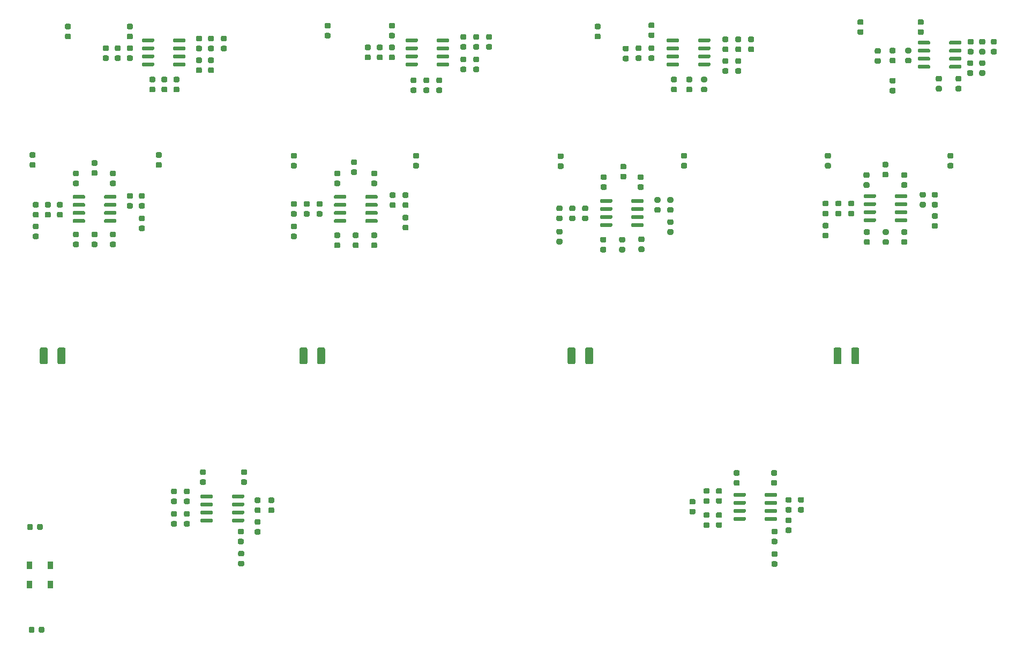
<source format=gbp>
G04 #@! TF.GenerationSoftware,KiCad,Pcbnew,(5.1.6-0-10_14)*
G04 #@! TF.CreationDate,2022-03-15T09:33:00+00:00*
G04 #@! TF.ProjectId,Quad Tube VCA,51756164-2054-4756-9265-205643412e6b,rev?*
G04 #@! TF.SameCoordinates,Original*
G04 #@! TF.FileFunction,Paste,Bot*
G04 #@! TF.FilePolarity,Positive*
%FSLAX46Y46*%
G04 Gerber Fmt 4.6, Leading zero omitted, Abs format (unit mm)*
G04 Created by KiCad (PCBNEW (5.1.6-0-10_14)) date 2022-03-15 09:33:00*
%MOMM*%
%LPD*%
G01*
G04 APERTURE LIST*
%ADD10R,0.900000X1.200000*%
G04 APERTURE END LIST*
G36*
G01*
X203123500Y-97985000D02*
X203123500Y-100135000D01*
G75*
G02*
X202873500Y-100385000I-250000J0D01*
G01*
X202123500Y-100385000D01*
G75*
G02*
X201873500Y-100135000I0J250000D01*
G01*
X201873500Y-97985000D01*
G75*
G02*
X202123500Y-97735000I250000J0D01*
G01*
X202873500Y-97735000D01*
G75*
G02*
X203123500Y-97985000I0J-250000D01*
G01*
G37*
G36*
G01*
X205923500Y-97985000D02*
X205923500Y-100135000D01*
G75*
G02*
X205673500Y-100385000I-250000J0D01*
G01*
X204923500Y-100385000D01*
G75*
G02*
X204673500Y-100135000I0J250000D01*
G01*
X204673500Y-97985000D01*
G75*
G02*
X204923500Y-97735000I250000J0D01*
G01*
X205673500Y-97735000D01*
G75*
G02*
X205923500Y-97985000I0J-250000D01*
G01*
G37*
G36*
G01*
X161086500Y-97985000D02*
X161086500Y-100135000D01*
G75*
G02*
X160836500Y-100385000I-250000J0D01*
G01*
X160086500Y-100385000D01*
G75*
G02*
X159836500Y-100135000I0J250000D01*
G01*
X159836500Y-97985000D01*
G75*
G02*
X160086500Y-97735000I250000J0D01*
G01*
X160836500Y-97735000D01*
G75*
G02*
X161086500Y-97985000I0J-250000D01*
G01*
G37*
G36*
G01*
X163886500Y-97985000D02*
X163886500Y-100135000D01*
G75*
G02*
X163636500Y-100385000I-250000J0D01*
G01*
X162886500Y-100385000D01*
G75*
G02*
X162636500Y-100135000I0J250000D01*
G01*
X162636500Y-97985000D01*
G75*
G02*
X162886500Y-97735000I250000J0D01*
G01*
X163636500Y-97735000D01*
G75*
G02*
X163886500Y-97985000I0J-250000D01*
G01*
G37*
G36*
G01*
X118732000Y-97985000D02*
X118732000Y-100135000D01*
G75*
G02*
X118482000Y-100385000I-250000J0D01*
G01*
X117732000Y-100385000D01*
G75*
G02*
X117482000Y-100135000I0J250000D01*
G01*
X117482000Y-97985000D01*
G75*
G02*
X117732000Y-97735000I250000J0D01*
G01*
X118482000Y-97735000D01*
G75*
G02*
X118732000Y-97985000I0J-250000D01*
G01*
G37*
G36*
G01*
X121532000Y-97985000D02*
X121532000Y-100135000D01*
G75*
G02*
X121282000Y-100385000I-250000J0D01*
G01*
X120532000Y-100385000D01*
G75*
G02*
X120282000Y-100135000I0J250000D01*
G01*
X120282000Y-97985000D01*
G75*
G02*
X120532000Y-97735000I250000J0D01*
G01*
X121282000Y-97735000D01*
G75*
G02*
X121532000Y-97985000I0J-250000D01*
G01*
G37*
G36*
G01*
X77711000Y-97985000D02*
X77711000Y-100135000D01*
G75*
G02*
X77461000Y-100385000I-250000J0D01*
G01*
X76711000Y-100385000D01*
G75*
G02*
X76461000Y-100135000I0J250000D01*
G01*
X76461000Y-97985000D01*
G75*
G02*
X76711000Y-97735000I250000J0D01*
G01*
X77461000Y-97735000D01*
G75*
G02*
X77711000Y-97985000I0J-250000D01*
G01*
G37*
G36*
G01*
X80511000Y-97985000D02*
X80511000Y-100135000D01*
G75*
G02*
X80261000Y-100385000I-250000J0D01*
G01*
X79511000Y-100385000D01*
G75*
G02*
X79261000Y-100135000I0J250000D01*
G01*
X79261000Y-97985000D01*
G75*
G02*
X79511000Y-97735000I250000J0D01*
G01*
X80261000Y-97735000D01*
G75*
G02*
X80511000Y-97985000I0J-250000D01*
G01*
G37*
G36*
G01*
X217130500Y-49380000D02*
X217130500Y-49680000D01*
G75*
G02*
X216980500Y-49830000I-150000J0D01*
G01*
X215330500Y-49830000D01*
G75*
G02*
X215180500Y-49680000I0J150000D01*
G01*
X215180500Y-49380000D01*
G75*
G02*
X215330500Y-49230000I150000J0D01*
G01*
X216980500Y-49230000D01*
G75*
G02*
X217130500Y-49380000I0J-150000D01*
G01*
G37*
G36*
G01*
X217130500Y-50650000D02*
X217130500Y-50950000D01*
G75*
G02*
X216980500Y-51100000I-150000J0D01*
G01*
X215330500Y-51100000D01*
G75*
G02*
X215180500Y-50950000I0J150000D01*
G01*
X215180500Y-50650000D01*
G75*
G02*
X215330500Y-50500000I150000J0D01*
G01*
X216980500Y-50500000D01*
G75*
G02*
X217130500Y-50650000I0J-150000D01*
G01*
G37*
G36*
G01*
X217130500Y-51920000D02*
X217130500Y-52220000D01*
G75*
G02*
X216980500Y-52370000I-150000J0D01*
G01*
X215330500Y-52370000D01*
G75*
G02*
X215180500Y-52220000I0J150000D01*
G01*
X215180500Y-51920000D01*
G75*
G02*
X215330500Y-51770000I150000J0D01*
G01*
X216980500Y-51770000D01*
G75*
G02*
X217130500Y-51920000I0J-150000D01*
G01*
G37*
G36*
G01*
X217130500Y-53190000D02*
X217130500Y-53490000D01*
G75*
G02*
X216980500Y-53640000I-150000J0D01*
G01*
X215330500Y-53640000D01*
G75*
G02*
X215180500Y-53490000I0J150000D01*
G01*
X215180500Y-53190000D01*
G75*
G02*
X215330500Y-53040000I150000J0D01*
G01*
X216980500Y-53040000D01*
G75*
G02*
X217130500Y-53190000I0J-150000D01*
G01*
G37*
G36*
G01*
X222080500Y-53190000D02*
X222080500Y-53490000D01*
G75*
G02*
X221930500Y-53640000I-150000J0D01*
G01*
X220280500Y-53640000D01*
G75*
G02*
X220130500Y-53490000I0J150000D01*
G01*
X220130500Y-53190000D01*
G75*
G02*
X220280500Y-53040000I150000J0D01*
G01*
X221930500Y-53040000D01*
G75*
G02*
X222080500Y-53190000I0J-150000D01*
G01*
G37*
G36*
G01*
X222080500Y-51920000D02*
X222080500Y-52220000D01*
G75*
G02*
X221930500Y-52370000I-150000J0D01*
G01*
X220280500Y-52370000D01*
G75*
G02*
X220130500Y-52220000I0J150000D01*
G01*
X220130500Y-51920000D01*
G75*
G02*
X220280500Y-51770000I150000J0D01*
G01*
X221930500Y-51770000D01*
G75*
G02*
X222080500Y-51920000I0J-150000D01*
G01*
G37*
G36*
G01*
X222080500Y-50650000D02*
X222080500Y-50950000D01*
G75*
G02*
X221930500Y-51100000I-150000J0D01*
G01*
X220280500Y-51100000D01*
G75*
G02*
X220130500Y-50950000I0J150000D01*
G01*
X220130500Y-50650000D01*
G75*
G02*
X220280500Y-50500000I150000J0D01*
G01*
X221930500Y-50500000D01*
G75*
G02*
X222080500Y-50650000I0J-150000D01*
G01*
G37*
G36*
G01*
X222080500Y-49380000D02*
X222080500Y-49680000D01*
G75*
G02*
X221930500Y-49830000I-150000J0D01*
G01*
X220280500Y-49830000D01*
G75*
G02*
X220130500Y-49680000I0J150000D01*
G01*
X220130500Y-49380000D01*
G75*
G02*
X220280500Y-49230000I150000J0D01*
G01*
X221930500Y-49230000D01*
G75*
G02*
X222080500Y-49380000I0J-150000D01*
G01*
G37*
G36*
G01*
X190984000Y-124991000D02*
X190984000Y-124691000D01*
G75*
G02*
X191134000Y-124541000I150000J0D01*
G01*
X192784000Y-124541000D01*
G75*
G02*
X192934000Y-124691000I0J-150000D01*
G01*
X192934000Y-124991000D01*
G75*
G02*
X192784000Y-125141000I-150000J0D01*
G01*
X191134000Y-125141000D01*
G75*
G02*
X190984000Y-124991000I0J150000D01*
G01*
G37*
G36*
G01*
X190984000Y-123721000D02*
X190984000Y-123421000D01*
G75*
G02*
X191134000Y-123271000I150000J0D01*
G01*
X192784000Y-123271000D01*
G75*
G02*
X192934000Y-123421000I0J-150000D01*
G01*
X192934000Y-123721000D01*
G75*
G02*
X192784000Y-123871000I-150000J0D01*
G01*
X191134000Y-123871000D01*
G75*
G02*
X190984000Y-123721000I0J150000D01*
G01*
G37*
G36*
G01*
X190984000Y-122451000D02*
X190984000Y-122151000D01*
G75*
G02*
X191134000Y-122001000I150000J0D01*
G01*
X192784000Y-122001000D01*
G75*
G02*
X192934000Y-122151000I0J-150000D01*
G01*
X192934000Y-122451000D01*
G75*
G02*
X192784000Y-122601000I-150000J0D01*
G01*
X191134000Y-122601000D01*
G75*
G02*
X190984000Y-122451000I0J150000D01*
G01*
G37*
G36*
G01*
X190984000Y-121181000D02*
X190984000Y-120881000D01*
G75*
G02*
X191134000Y-120731000I150000J0D01*
G01*
X192784000Y-120731000D01*
G75*
G02*
X192934000Y-120881000I0J-150000D01*
G01*
X192934000Y-121181000D01*
G75*
G02*
X192784000Y-121331000I-150000J0D01*
G01*
X191134000Y-121331000D01*
G75*
G02*
X190984000Y-121181000I0J150000D01*
G01*
G37*
G36*
G01*
X186034000Y-121181000D02*
X186034000Y-120881000D01*
G75*
G02*
X186184000Y-120731000I150000J0D01*
G01*
X187834000Y-120731000D01*
G75*
G02*
X187984000Y-120881000I0J-150000D01*
G01*
X187984000Y-121181000D01*
G75*
G02*
X187834000Y-121331000I-150000J0D01*
G01*
X186184000Y-121331000D01*
G75*
G02*
X186034000Y-121181000I0J150000D01*
G01*
G37*
G36*
G01*
X186034000Y-122451000D02*
X186034000Y-122151000D01*
G75*
G02*
X186184000Y-122001000I150000J0D01*
G01*
X187834000Y-122001000D01*
G75*
G02*
X187984000Y-122151000I0J-150000D01*
G01*
X187984000Y-122451000D01*
G75*
G02*
X187834000Y-122601000I-150000J0D01*
G01*
X186184000Y-122601000D01*
G75*
G02*
X186034000Y-122451000I0J150000D01*
G01*
G37*
G36*
G01*
X186034000Y-123721000D02*
X186034000Y-123421000D01*
G75*
G02*
X186184000Y-123271000I150000J0D01*
G01*
X187834000Y-123271000D01*
G75*
G02*
X187984000Y-123421000I0J-150000D01*
G01*
X187984000Y-123721000D01*
G75*
G02*
X187834000Y-123871000I-150000J0D01*
G01*
X186184000Y-123871000D01*
G75*
G02*
X186034000Y-123721000I0J150000D01*
G01*
G37*
G36*
G01*
X186034000Y-124991000D02*
X186034000Y-124691000D01*
G75*
G02*
X186184000Y-124541000I150000J0D01*
G01*
X187834000Y-124541000D01*
G75*
G02*
X187984000Y-124691000I0J-150000D01*
G01*
X187984000Y-124991000D01*
G75*
G02*
X187834000Y-125141000I-150000J0D01*
G01*
X186184000Y-125141000D01*
G75*
G02*
X186034000Y-124991000I0J150000D01*
G01*
G37*
G36*
G01*
X177443000Y-48999000D02*
X177443000Y-49299000D01*
G75*
G02*
X177293000Y-49449000I-150000J0D01*
G01*
X175643000Y-49449000D01*
G75*
G02*
X175493000Y-49299000I0J150000D01*
G01*
X175493000Y-48999000D01*
G75*
G02*
X175643000Y-48849000I150000J0D01*
G01*
X177293000Y-48849000D01*
G75*
G02*
X177443000Y-48999000I0J-150000D01*
G01*
G37*
G36*
G01*
X177443000Y-50269000D02*
X177443000Y-50569000D01*
G75*
G02*
X177293000Y-50719000I-150000J0D01*
G01*
X175643000Y-50719000D01*
G75*
G02*
X175493000Y-50569000I0J150000D01*
G01*
X175493000Y-50269000D01*
G75*
G02*
X175643000Y-50119000I150000J0D01*
G01*
X177293000Y-50119000D01*
G75*
G02*
X177443000Y-50269000I0J-150000D01*
G01*
G37*
G36*
G01*
X177443000Y-51539000D02*
X177443000Y-51839000D01*
G75*
G02*
X177293000Y-51989000I-150000J0D01*
G01*
X175643000Y-51989000D01*
G75*
G02*
X175493000Y-51839000I0J150000D01*
G01*
X175493000Y-51539000D01*
G75*
G02*
X175643000Y-51389000I150000J0D01*
G01*
X177293000Y-51389000D01*
G75*
G02*
X177443000Y-51539000I0J-150000D01*
G01*
G37*
G36*
G01*
X177443000Y-52809000D02*
X177443000Y-53109000D01*
G75*
G02*
X177293000Y-53259000I-150000J0D01*
G01*
X175643000Y-53259000D01*
G75*
G02*
X175493000Y-53109000I0J150000D01*
G01*
X175493000Y-52809000D01*
G75*
G02*
X175643000Y-52659000I150000J0D01*
G01*
X177293000Y-52659000D01*
G75*
G02*
X177443000Y-52809000I0J-150000D01*
G01*
G37*
G36*
G01*
X182393000Y-52809000D02*
X182393000Y-53109000D01*
G75*
G02*
X182243000Y-53259000I-150000J0D01*
G01*
X180593000Y-53259000D01*
G75*
G02*
X180443000Y-53109000I0J150000D01*
G01*
X180443000Y-52809000D01*
G75*
G02*
X180593000Y-52659000I150000J0D01*
G01*
X182243000Y-52659000D01*
G75*
G02*
X182393000Y-52809000I0J-150000D01*
G01*
G37*
G36*
G01*
X182393000Y-51539000D02*
X182393000Y-51839000D01*
G75*
G02*
X182243000Y-51989000I-150000J0D01*
G01*
X180593000Y-51989000D01*
G75*
G02*
X180443000Y-51839000I0J150000D01*
G01*
X180443000Y-51539000D01*
G75*
G02*
X180593000Y-51389000I150000J0D01*
G01*
X182243000Y-51389000D01*
G75*
G02*
X182393000Y-51539000I0J-150000D01*
G01*
G37*
G36*
G01*
X182393000Y-50269000D02*
X182393000Y-50569000D01*
G75*
G02*
X182243000Y-50719000I-150000J0D01*
G01*
X180593000Y-50719000D01*
G75*
G02*
X180443000Y-50569000I0J150000D01*
G01*
X180443000Y-50269000D01*
G75*
G02*
X180593000Y-50119000I150000J0D01*
G01*
X182243000Y-50119000D01*
G75*
G02*
X182393000Y-50269000I0J-150000D01*
G01*
G37*
G36*
G01*
X182393000Y-48999000D02*
X182393000Y-49299000D01*
G75*
G02*
X182243000Y-49449000I-150000J0D01*
G01*
X180593000Y-49449000D01*
G75*
G02*
X180443000Y-49299000I0J150000D01*
G01*
X180443000Y-48999000D01*
G75*
G02*
X180593000Y-48849000I150000J0D01*
G01*
X182243000Y-48849000D01*
G75*
G02*
X182393000Y-48999000I0J-150000D01*
G01*
G37*
G36*
G01*
X136168000Y-48999000D02*
X136168000Y-49299000D01*
G75*
G02*
X136018000Y-49449000I-150000J0D01*
G01*
X134368000Y-49449000D01*
G75*
G02*
X134218000Y-49299000I0J150000D01*
G01*
X134218000Y-48999000D01*
G75*
G02*
X134368000Y-48849000I150000J0D01*
G01*
X136018000Y-48849000D01*
G75*
G02*
X136168000Y-48999000I0J-150000D01*
G01*
G37*
G36*
G01*
X136168000Y-50269000D02*
X136168000Y-50569000D01*
G75*
G02*
X136018000Y-50719000I-150000J0D01*
G01*
X134368000Y-50719000D01*
G75*
G02*
X134218000Y-50569000I0J150000D01*
G01*
X134218000Y-50269000D01*
G75*
G02*
X134368000Y-50119000I150000J0D01*
G01*
X136018000Y-50119000D01*
G75*
G02*
X136168000Y-50269000I0J-150000D01*
G01*
G37*
G36*
G01*
X136168000Y-51539000D02*
X136168000Y-51839000D01*
G75*
G02*
X136018000Y-51989000I-150000J0D01*
G01*
X134368000Y-51989000D01*
G75*
G02*
X134218000Y-51839000I0J150000D01*
G01*
X134218000Y-51539000D01*
G75*
G02*
X134368000Y-51389000I150000J0D01*
G01*
X136018000Y-51389000D01*
G75*
G02*
X136168000Y-51539000I0J-150000D01*
G01*
G37*
G36*
G01*
X136168000Y-52809000D02*
X136168000Y-53109000D01*
G75*
G02*
X136018000Y-53259000I-150000J0D01*
G01*
X134368000Y-53259000D01*
G75*
G02*
X134218000Y-53109000I0J150000D01*
G01*
X134218000Y-52809000D01*
G75*
G02*
X134368000Y-52659000I150000J0D01*
G01*
X136018000Y-52659000D01*
G75*
G02*
X136168000Y-52809000I0J-150000D01*
G01*
G37*
G36*
G01*
X141118000Y-52809000D02*
X141118000Y-53109000D01*
G75*
G02*
X140968000Y-53259000I-150000J0D01*
G01*
X139318000Y-53259000D01*
G75*
G02*
X139168000Y-53109000I0J150000D01*
G01*
X139168000Y-52809000D01*
G75*
G02*
X139318000Y-52659000I150000J0D01*
G01*
X140968000Y-52659000D01*
G75*
G02*
X141118000Y-52809000I0J-150000D01*
G01*
G37*
G36*
G01*
X141118000Y-51539000D02*
X141118000Y-51839000D01*
G75*
G02*
X140968000Y-51989000I-150000J0D01*
G01*
X139318000Y-51989000D01*
G75*
G02*
X139168000Y-51839000I0J150000D01*
G01*
X139168000Y-51539000D01*
G75*
G02*
X139318000Y-51389000I150000J0D01*
G01*
X140968000Y-51389000D01*
G75*
G02*
X141118000Y-51539000I0J-150000D01*
G01*
G37*
G36*
G01*
X141118000Y-50269000D02*
X141118000Y-50569000D01*
G75*
G02*
X140968000Y-50719000I-150000J0D01*
G01*
X139318000Y-50719000D01*
G75*
G02*
X139168000Y-50569000I0J150000D01*
G01*
X139168000Y-50269000D01*
G75*
G02*
X139318000Y-50119000I150000J0D01*
G01*
X140968000Y-50119000D01*
G75*
G02*
X141118000Y-50269000I0J-150000D01*
G01*
G37*
G36*
G01*
X141118000Y-48999000D02*
X141118000Y-49299000D01*
G75*
G02*
X140968000Y-49449000I-150000J0D01*
G01*
X139318000Y-49449000D01*
G75*
G02*
X139168000Y-49299000I0J150000D01*
G01*
X139168000Y-48999000D01*
G75*
G02*
X139318000Y-48849000I150000J0D01*
G01*
X140968000Y-48849000D01*
G75*
G02*
X141118000Y-48999000I0J-150000D01*
G01*
G37*
G36*
G01*
X106783000Y-125245000D02*
X106783000Y-124945000D01*
G75*
G02*
X106933000Y-124795000I150000J0D01*
G01*
X108583000Y-124795000D01*
G75*
G02*
X108733000Y-124945000I0J-150000D01*
G01*
X108733000Y-125245000D01*
G75*
G02*
X108583000Y-125395000I-150000J0D01*
G01*
X106933000Y-125395000D01*
G75*
G02*
X106783000Y-125245000I0J150000D01*
G01*
G37*
G36*
G01*
X106783000Y-123975000D02*
X106783000Y-123675000D01*
G75*
G02*
X106933000Y-123525000I150000J0D01*
G01*
X108583000Y-123525000D01*
G75*
G02*
X108733000Y-123675000I0J-150000D01*
G01*
X108733000Y-123975000D01*
G75*
G02*
X108583000Y-124125000I-150000J0D01*
G01*
X106933000Y-124125000D01*
G75*
G02*
X106783000Y-123975000I0J150000D01*
G01*
G37*
G36*
G01*
X106783000Y-122705000D02*
X106783000Y-122405000D01*
G75*
G02*
X106933000Y-122255000I150000J0D01*
G01*
X108583000Y-122255000D01*
G75*
G02*
X108733000Y-122405000I0J-150000D01*
G01*
X108733000Y-122705000D01*
G75*
G02*
X108583000Y-122855000I-150000J0D01*
G01*
X106933000Y-122855000D01*
G75*
G02*
X106783000Y-122705000I0J150000D01*
G01*
G37*
G36*
G01*
X106783000Y-121435000D02*
X106783000Y-121135000D01*
G75*
G02*
X106933000Y-120985000I150000J0D01*
G01*
X108583000Y-120985000D01*
G75*
G02*
X108733000Y-121135000I0J-150000D01*
G01*
X108733000Y-121435000D01*
G75*
G02*
X108583000Y-121585000I-150000J0D01*
G01*
X106933000Y-121585000D01*
G75*
G02*
X106783000Y-121435000I0J150000D01*
G01*
G37*
G36*
G01*
X101833000Y-121435000D02*
X101833000Y-121135000D01*
G75*
G02*
X101983000Y-120985000I150000J0D01*
G01*
X103633000Y-120985000D01*
G75*
G02*
X103783000Y-121135000I0J-150000D01*
G01*
X103783000Y-121435000D01*
G75*
G02*
X103633000Y-121585000I-150000J0D01*
G01*
X101983000Y-121585000D01*
G75*
G02*
X101833000Y-121435000I0J150000D01*
G01*
G37*
G36*
G01*
X101833000Y-122705000D02*
X101833000Y-122405000D01*
G75*
G02*
X101983000Y-122255000I150000J0D01*
G01*
X103633000Y-122255000D01*
G75*
G02*
X103783000Y-122405000I0J-150000D01*
G01*
X103783000Y-122705000D01*
G75*
G02*
X103633000Y-122855000I-150000J0D01*
G01*
X101983000Y-122855000D01*
G75*
G02*
X101833000Y-122705000I0J150000D01*
G01*
G37*
G36*
G01*
X101833000Y-123975000D02*
X101833000Y-123675000D01*
G75*
G02*
X101983000Y-123525000I150000J0D01*
G01*
X103633000Y-123525000D01*
G75*
G02*
X103783000Y-123675000I0J-150000D01*
G01*
X103783000Y-123975000D01*
G75*
G02*
X103633000Y-124125000I-150000J0D01*
G01*
X101983000Y-124125000D01*
G75*
G02*
X101833000Y-123975000I0J150000D01*
G01*
G37*
G36*
G01*
X101833000Y-125245000D02*
X101833000Y-124945000D01*
G75*
G02*
X101983000Y-124795000I150000J0D01*
G01*
X103633000Y-124795000D01*
G75*
G02*
X103783000Y-124945000I0J-150000D01*
G01*
X103783000Y-125245000D01*
G75*
G02*
X103633000Y-125395000I-150000J0D01*
G01*
X101983000Y-125395000D01*
G75*
G02*
X101833000Y-125245000I0J150000D01*
G01*
G37*
G36*
G01*
X94512000Y-48999000D02*
X94512000Y-49299000D01*
G75*
G02*
X94362000Y-49449000I-150000J0D01*
G01*
X92712000Y-49449000D01*
G75*
G02*
X92562000Y-49299000I0J150000D01*
G01*
X92562000Y-48999000D01*
G75*
G02*
X92712000Y-48849000I150000J0D01*
G01*
X94362000Y-48849000D01*
G75*
G02*
X94512000Y-48999000I0J-150000D01*
G01*
G37*
G36*
G01*
X94512000Y-50269000D02*
X94512000Y-50569000D01*
G75*
G02*
X94362000Y-50719000I-150000J0D01*
G01*
X92712000Y-50719000D01*
G75*
G02*
X92562000Y-50569000I0J150000D01*
G01*
X92562000Y-50269000D01*
G75*
G02*
X92712000Y-50119000I150000J0D01*
G01*
X94362000Y-50119000D01*
G75*
G02*
X94512000Y-50269000I0J-150000D01*
G01*
G37*
G36*
G01*
X94512000Y-51539000D02*
X94512000Y-51839000D01*
G75*
G02*
X94362000Y-51989000I-150000J0D01*
G01*
X92712000Y-51989000D01*
G75*
G02*
X92562000Y-51839000I0J150000D01*
G01*
X92562000Y-51539000D01*
G75*
G02*
X92712000Y-51389000I150000J0D01*
G01*
X94362000Y-51389000D01*
G75*
G02*
X94512000Y-51539000I0J-150000D01*
G01*
G37*
G36*
G01*
X94512000Y-52809000D02*
X94512000Y-53109000D01*
G75*
G02*
X94362000Y-53259000I-150000J0D01*
G01*
X92712000Y-53259000D01*
G75*
G02*
X92562000Y-53109000I0J150000D01*
G01*
X92562000Y-52809000D01*
G75*
G02*
X92712000Y-52659000I150000J0D01*
G01*
X94362000Y-52659000D01*
G75*
G02*
X94512000Y-52809000I0J-150000D01*
G01*
G37*
G36*
G01*
X99462000Y-52809000D02*
X99462000Y-53109000D01*
G75*
G02*
X99312000Y-53259000I-150000J0D01*
G01*
X97662000Y-53259000D01*
G75*
G02*
X97512000Y-53109000I0J150000D01*
G01*
X97512000Y-52809000D01*
G75*
G02*
X97662000Y-52659000I150000J0D01*
G01*
X99312000Y-52659000D01*
G75*
G02*
X99462000Y-52809000I0J-150000D01*
G01*
G37*
G36*
G01*
X99462000Y-51539000D02*
X99462000Y-51839000D01*
G75*
G02*
X99312000Y-51989000I-150000J0D01*
G01*
X97662000Y-51989000D01*
G75*
G02*
X97512000Y-51839000I0J150000D01*
G01*
X97512000Y-51539000D01*
G75*
G02*
X97662000Y-51389000I150000J0D01*
G01*
X99312000Y-51389000D01*
G75*
G02*
X99462000Y-51539000I0J-150000D01*
G01*
G37*
G36*
G01*
X99462000Y-50269000D02*
X99462000Y-50569000D01*
G75*
G02*
X99312000Y-50719000I-150000J0D01*
G01*
X97662000Y-50719000D01*
G75*
G02*
X97512000Y-50569000I0J150000D01*
G01*
X97512000Y-50269000D01*
G75*
G02*
X97662000Y-50119000I150000J0D01*
G01*
X99312000Y-50119000D01*
G75*
G02*
X99462000Y-50269000I0J-150000D01*
G01*
G37*
G36*
G01*
X99462000Y-48999000D02*
X99462000Y-49299000D01*
G75*
G02*
X99312000Y-49449000I-150000J0D01*
G01*
X97662000Y-49449000D01*
G75*
G02*
X97512000Y-49299000I0J150000D01*
G01*
X97512000Y-48999000D01*
G75*
G02*
X97662000Y-48849000I150000J0D01*
G01*
X99312000Y-48849000D01*
G75*
G02*
X99462000Y-48999000I0J-150000D01*
G01*
G37*
G36*
G01*
X186306750Y-118714000D02*
X186819250Y-118714000D01*
G75*
G02*
X187038000Y-118932750I0J-218750D01*
G01*
X187038000Y-119370250D01*
G75*
G02*
X186819250Y-119589000I-218750J0D01*
G01*
X186306750Y-119589000D01*
G75*
G02*
X186088000Y-119370250I0J218750D01*
G01*
X186088000Y-118932750D01*
G75*
G02*
X186306750Y-118714000I218750J0D01*
G01*
G37*
G36*
G01*
X186306750Y-117139000D02*
X186819250Y-117139000D01*
G75*
G02*
X187038000Y-117357750I0J-218750D01*
G01*
X187038000Y-117795250D01*
G75*
G02*
X186819250Y-118014000I-218750J0D01*
G01*
X186306750Y-118014000D01*
G75*
G02*
X186088000Y-117795250I0J218750D01*
G01*
X186088000Y-117357750D01*
G75*
G02*
X186306750Y-117139000I218750J0D01*
G01*
G37*
G36*
G01*
X194498250Y-126207000D02*
X195010750Y-126207000D01*
G75*
G02*
X195229500Y-126425750I0J-218750D01*
G01*
X195229500Y-126863250D01*
G75*
G02*
X195010750Y-127082000I-218750J0D01*
G01*
X194498250Y-127082000D01*
G75*
G02*
X194279500Y-126863250I0J218750D01*
G01*
X194279500Y-126425750D01*
G75*
G02*
X194498250Y-126207000I218750J0D01*
G01*
G37*
G36*
G01*
X194498250Y-124632000D02*
X195010750Y-124632000D01*
G75*
G02*
X195229500Y-124850750I0J-218750D01*
G01*
X195229500Y-125288250D01*
G75*
G02*
X195010750Y-125507000I-218750J0D01*
G01*
X194498250Y-125507000D01*
G75*
G02*
X194279500Y-125288250I0J218750D01*
G01*
X194279500Y-124850750D01*
G75*
G02*
X194498250Y-124632000I218750J0D01*
G01*
G37*
G36*
G01*
X101978750Y-118587000D02*
X102491250Y-118587000D01*
G75*
G02*
X102710000Y-118805750I0J-218750D01*
G01*
X102710000Y-119243250D01*
G75*
G02*
X102491250Y-119462000I-218750J0D01*
G01*
X101978750Y-119462000D01*
G75*
G02*
X101760000Y-119243250I0J218750D01*
G01*
X101760000Y-118805750D01*
G75*
G02*
X101978750Y-118587000I218750J0D01*
G01*
G37*
G36*
G01*
X101978750Y-117012000D02*
X102491250Y-117012000D01*
G75*
G02*
X102710000Y-117230750I0J-218750D01*
G01*
X102710000Y-117668250D01*
G75*
G02*
X102491250Y-117887000I-218750J0D01*
G01*
X101978750Y-117887000D01*
G75*
G02*
X101760000Y-117668250I0J218750D01*
G01*
X101760000Y-117230750D01*
G75*
G02*
X101978750Y-117012000I218750J0D01*
G01*
G37*
G36*
G01*
X110614750Y-126461000D02*
X111127250Y-126461000D01*
G75*
G02*
X111346000Y-126679750I0J-218750D01*
G01*
X111346000Y-127117250D01*
G75*
G02*
X111127250Y-127336000I-218750J0D01*
G01*
X110614750Y-127336000D01*
G75*
G02*
X110396000Y-127117250I0J218750D01*
G01*
X110396000Y-126679750D01*
G75*
G02*
X110614750Y-126461000I218750J0D01*
G01*
G37*
G36*
G01*
X110614750Y-124886000D02*
X111127250Y-124886000D01*
G75*
G02*
X111346000Y-125104750I0J-218750D01*
G01*
X111346000Y-125542250D01*
G75*
G02*
X111127250Y-125761000I-218750J0D01*
G01*
X110614750Y-125761000D01*
G75*
G02*
X110396000Y-125542250I0J218750D01*
G01*
X110396000Y-125104750D01*
G75*
G02*
X110614750Y-124886000I218750J0D01*
G01*
G37*
G36*
G01*
X192275750Y-127985000D02*
X192788250Y-127985000D01*
G75*
G02*
X193007000Y-128203750I0J-218750D01*
G01*
X193007000Y-128641250D01*
G75*
G02*
X192788250Y-128860000I-218750J0D01*
G01*
X192275750Y-128860000D01*
G75*
G02*
X192057000Y-128641250I0J218750D01*
G01*
X192057000Y-128203750D01*
G75*
G02*
X192275750Y-127985000I218750J0D01*
G01*
G37*
G36*
G01*
X192275750Y-126410000D02*
X192788250Y-126410000D01*
G75*
G02*
X193007000Y-126628750I0J-218750D01*
G01*
X193007000Y-127066250D01*
G75*
G02*
X192788250Y-127285000I-218750J0D01*
G01*
X192275750Y-127285000D01*
G75*
G02*
X192057000Y-127066250I0J218750D01*
G01*
X192057000Y-126628750D01*
G75*
G02*
X192275750Y-126410000I218750J0D01*
G01*
G37*
G36*
G01*
X179834250Y-122560500D02*
X179321750Y-122560500D01*
G75*
G02*
X179103000Y-122341750I0J218750D01*
G01*
X179103000Y-121904250D01*
G75*
G02*
X179321750Y-121685500I218750J0D01*
G01*
X179834250Y-121685500D01*
G75*
G02*
X180053000Y-121904250I0J-218750D01*
G01*
X180053000Y-122341750D01*
G75*
G02*
X179834250Y-122560500I-218750J0D01*
G01*
G37*
G36*
G01*
X179834250Y-124135500D02*
X179321750Y-124135500D01*
G75*
G02*
X179103000Y-123916750I0J218750D01*
G01*
X179103000Y-123479250D01*
G75*
G02*
X179321750Y-123260500I218750J0D01*
G01*
X179834250Y-123260500D01*
G75*
G02*
X180053000Y-123479250I0J-218750D01*
G01*
X180053000Y-123916750D01*
G75*
G02*
X179834250Y-124135500I-218750J0D01*
G01*
G37*
G36*
G01*
X107947750Y-127985000D02*
X108460250Y-127985000D01*
G75*
G02*
X108679000Y-128203750I0J-218750D01*
G01*
X108679000Y-128641250D01*
G75*
G02*
X108460250Y-128860000I-218750J0D01*
G01*
X107947750Y-128860000D01*
G75*
G02*
X107729000Y-128641250I0J218750D01*
G01*
X107729000Y-128203750D01*
G75*
G02*
X107947750Y-127985000I218750J0D01*
G01*
G37*
G36*
G01*
X107947750Y-126410000D02*
X108460250Y-126410000D01*
G75*
G02*
X108679000Y-126628750I0J-218750D01*
G01*
X108679000Y-127066250D01*
G75*
G02*
X108460250Y-127285000I-218750J0D01*
G01*
X107947750Y-127285000D01*
G75*
G02*
X107729000Y-127066250I0J218750D01*
G01*
X107729000Y-126628750D01*
G75*
G02*
X107947750Y-126410000I218750J0D01*
G01*
G37*
G36*
G01*
X97919250Y-120935000D02*
X97406750Y-120935000D01*
G75*
G02*
X97188000Y-120716250I0J218750D01*
G01*
X97188000Y-120278750D01*
G75*
G02*
X97406750Y-120060000I218750J0D01*
G01*
X97919250Y-120060000D01*
G75*
G02*
X98138000Y-120278750I0J-218750D01*
G01*
X98138000Y-120716250D01*
G75*
G02*
X97919250Y-120935000I-218750J0D01*
G01*
G37*
G36*
G01*
X97919250Y-122510000D02*
X97406750Y-122510000D01*
G75*
G02*
X97188000Y-122291250I0J218750D01*
G01*
X97188000Y-121853750D01*
G75*
G02*
X97406750Y-121635000I218750J0D01*
G01*
X97919250Y-121635000D01*
G75*
G02*
X98138000Y-121853750I0J-218750D01*
G01*
X98138000Y-122291250D01*
G75*
G02*
X97919250Y-122510000I-218750J0D01*
G01*
G37*
D10*
X74804000Y-132207000D03*
X78104000Y-132207000D03*
X78104000Y-135255000D03*
X74804000Y-135255000D03*
G36*
G01*
X195010750Y-122268500D02*
X194498250Y-122268500D01*
G75*
G02*
X194279500Y-122049750I0J218750D01*
G01*
X194279500Y-121612250D01*
G75*
G02*
X194498250Y-121393500I218750J0D01*
G01*
X195010750Y-121393500D01*
G75*
G02*
X195229500Y-121612250I0J-218750D01*
G01*
X195229500Y-122049750D01*
G75*
G02*
X195010750Y-122268500I-218750J0D01*
G01*
G37*
G36*
G01*
X195010750Y-123843500D02*
X194498250Y-123843500D01*
G75*
G02*
X194279500Y-123624750I0J218750D01*
G01*
X194279500Y-123187250D01*
G75*
G02*
X194498250Y-122968500I218750J0D01*
G01*
X195010750Y-122968500D01*
G75*
G02*
X195229500Y-123187250I0J-218750D01*
G01*
X195229500Y-123624750D01*
G75*
G02*
X195010750Y-123843500I-218750J0D01*
G01*
G37*
G36*
G01*
X184025250Y-124681500D02*
X183512750Y-124681500D01*
G75*
G02*
X183294000Y-124462750I0J218750D01*
G01*
X183294000Y-124025250D01*
G75*
G02*
X183512750Y-123806500I218750J0D01*
G01*
X184025250Y-123806500D01*
G75*
G02*
X184244000Y-124025250I0J-218750D01*
G01*
X184244000Y-124462750D01*
G75*
G02*
X184025250Y-124681500I-218750J0D01*
G01*
G37*
G36*
G01*
X184025250Y-126256500D02*
X183512750Y-126256500D01*
G75*
G02*
X183294000Y-126037750I0J218750D01*
G01*
X183294000Y-125600250D01*
G75*
G02*
X183512750Y-125381500I218750J0D01*
G01*
X184025250Y-125381500D01*
G75*
G02*
X184244000Y-125600250I0J-218750D01*
G01*
X184244000Y-126037750D01*
G75*
G02*
X184025250Y-126256500I-218750J0D01*
G01*
G37*
G36*
G01*
X111127250Y-122332000D02*
X110614750Y-122332000D01*
G75*
G02*
X110396000Y-122113250I0J218750D01*
G01*
X110396000Y-121675750D01*
G75*
G02*
X110614750Y-121457000I218750J0D01*
G01*
X111127250Y-121457000D01*
G75*
G02*
X111346000Y-121675750I0J-218750D01*
G01*
X111346000Y-122113250D01*
G75*
G02*
X111127250Y-122332000I-218750J0D01*
G01*
G37*
G36*
G01*
X111127250Y-123907000D02*
X110614750Y-123907000D01*
G75*
G02*
X110396000Y-123688250I0J218750D01*
G01*
X110396000Y-123250750D01*
G75*
G02*
X110614750Y-123032000I218750J0D01*
G01*
X111127250Y-123032000D01*
G75*
G02*
X111346000Y-123250750I0J-218750D01*
G01*
X111346000Y-123688250D01*
G75*
G02*
X111127250Y-123907000I-218750J0D01*
G01*
G37*
G36*
G01*
X99951250Y-124491000D02*
X99438750Y-124491000D01*
G75*
G02*
X99220000Y-124272250I0J218750D01*
G01*
X99220000Y-123834750D01*
G75*
G02*
X99438750Y-123616000I218750J0D01*
G01*
X99951250Y-123616000D01*
G75*
G02*
X100170000Y-123834750I0J-218750D01*
G01*
X100170000Y-124272250D01*
G75*
G02*
X99951250Y-124491000I-218750J0D01*
G01*
G37*
G36*
G01*
X99951250Y-126066000D02*
X99438750Y-126066000D01*
G75*
G02*
X99220000Y-125847250I0J218750D01*
G01*
X99220000Y-125409750D01*
G75*
G02*
X99438750Y-125191000I218750J0D01*
G01*
X99951250Y-125191000D01*
G75*
G02*
X100170000Y-125409750I0J-218750D01*
G01*
X100170000Y-125847250D01*
G75*
G02*
X99951250Y-126066000I-218750J0D01*
G01*
G37*
G36*
G01*
X192275750Y-131541000D02*
X192788250Y-131541000D01*
G75*
G02*
X193007000Y-131759750I0J-218750D01*
G01*
X193007000Y-132197250D01*
G75*
G02*
X192788250Y-132416000I-218750J0D01*
G01*
X192275750Y-132416000D01*
G75*
G02*
X192057000Y-132197250I0J218750D01*
G01*
X192057000Y-131759750D01*
G75*
G02*
X192275750Y-131541000I218750J0D01*
G01*
G37*
G36*
G01*
X192275750Y-129966000D02*
X192788250Y-129966000D01*
G75*
G02*
X193007000Y-130184750I0J-218750D01*
G01*
X193007000Y-130622250D01*
G75*
G02*
X192788250Y-130841000I-218750J0D01*
G01*
X192275750Y-130841000D01*
G75*
G02*
X192057000Y-130622250I0J218750D01*
G01*
X192057000Y-130184750D01*
G75*
G02*
X192275750Y-129966000I218750J0D01*
G01*
G37*
G36*
G01*
X182056750Y-120871500D02*
X181544250Y-120871500D01*
G75*
G02*
X181325500Y-120652750I0J218750D01*
G01*
X181325500Y-120215250D01*
G75*
G02*
X181544250Y-119996500I218750J0D01*
G01*
X182056750Y-119996500D01*
G75*
G02*
X182275500Y-120215250I0J-218750D01*
G01*
X182275500Y-120652750D01*
G75*
G02*
X182056750Y-120871500I-218750J0D01*
G01*
G37*
G36*
G01*
X182056750Y-122446500D02*
X181544250Y-122446500D01*
G75*
G02*
X181325500Y-122227750I0J218750D01*
G01*
X181325500Y-121790250D01*
G75*
G02*
X181544250Y-121571500I218750J0D01*
G01*
X182056750Y-121571500D01*
G75*
G02*
X182275500Y-121790250I0J-218750D01*
G01*
X182275500Y-122227750D01*
G75*
G02*
X182056750Y-122446500I-218750J0D01*
G01*
G37*
G36*
G01*
X108011250Y-131477500D02*
X108523750Y-131477500D01*
G75*
G02*
X108742500Y-131696250I0J-218750D01*
G01*
X108742500Y-132133750D01*
G75*
G02*
X108523750Y-132352500I-218750J0D01*
G01*
X108011250Y-132352500D01*
G75*
G02*
X107792500Y-132133750I0J218750D01*
G01*
X107792500Y-131696250D01*
G75*
G02*
X108011250Y-131477500I218750J0D01*
G01*
G37*
G36*
G01*
X108011250Y-129902500D02*
X108523750Y-129902500D01*
G75*
G02*
X108742500Y-130121250I0J-218750D01*
G01*
X108742500Y-130558750D01*
G75*
G02*
X108523750Y-130777500I-218750J0D01*
G01*
X108011250Y-130777500D01*
G75*
G02*
X107792500Y-130558750I0J218750D01*
G01*
X107792500Y-130121250D01*
G75*
G02*
X108011250Y-129902500I218750J0D01*
G01*
G37*
G36*
G01*
X192724750Y-118014000D02*
X192212250Y-118014000D01*
G75*
G02*
X191993500Y-117795250I0J218750D01*
G01*
X191993500Y-117357750D01*
G75*
G02*
X192212250Y-117139000I218750J0D01*
G01*
X192724750Y-117139000D01*
G75*
G02*
X192943500Y-117357750I0J-218750D01*
G01*
X192943500Y-117795250D01*
G75*
G02*
X192724750Y-118014000I-218750J0D01*
G01*
G37*
G36*
G01*
X192724750Y-119589000D02*
X192212250Y-119589000D01*
G75*
G02*
X191993500Y-119370250I0J218750D01*
G01*
X191993500Y-118932750D01*
G75*
G02*
X192212250Y-118714000I218750J0D01*
G01*
X192724750Y-118714000D01*
G75*
G02*
X192943500Y-118932750I0J-218750D01*
G01*
X192943500Y-119370250D01*
G75*
G02*
X192724750Y-119589000I-218750J0D01*
G01*
G37*
G36*
G01*
X184025250Y-120871500D02*
X183512750Y-120871500D01*
G75*
G02*
X183294000Y-120652750I0J218750D01*
G01*
X183294000Y-120215250D01*
G75*
G02*
X183512750Y-119996500I218750J0D01*
G01*
X184025250Y-119996500D01*
G75*
G02*
X184244000Y-120215250I0J-218750D01*
G01*
X184244000Y-120652750D01*
G75*
G02*
X184025250Y-120871500I-218750J0D01*
G01*
G37*
G36*
G01*
X184025250Y-122446500D02*
X183512750Y-122446500D01*
G75*
G02*
X183294000Y-122227750I0J218750D01*
G01*
X183294000Y-121790250D01*
G75*
G02*
X183512750Y-121571500I218750J0D01*
G01*
X184025250Y-121571500D01*
G75*
G02*
X184244000Y-121790250I0J-218750D01*
G01*
X184244000Y-122227750D01*
G75*
G02*
X184025250Y-122446500I-218750J0D01*
G01*
G37*
G36*
G01*
X108968250Y-117887000D02*
X108455750Y-117887000D01*
G75*
G02*
X108237000Y-117668250I0J218750D01*
G01*
X108237000Y-117230750D01*
G75*
G02*
X108455750Y-117012000I218750J0D01*
G01*
X108968250Y-117012000D01*
G75*
G02*
X109187000Y-117230750I0J-218750D01*
G01*
X109187000Y-117668250D01*
G75*
G02*
X108968250Y-117887000I-218750J0D01*
G01*
G37*
G36*
G01*
X108968250Y-119462000D02*
X108455750Y-119462000D01*
G75*
G02*
X108237000Y-119243250I0J218750D01*
G01*
X108237000Y-118805750D01*
G75*
G02*
X108455750Y-118587000I218750J0D01*
G01*
X108968250Y-118587000D01*
G75*
G02*
X109187000Y-118805750I0J-218750D01*
G01*
X109187000Y-119243250D01*
G75*
G02*
X108968250Y-119462000I-218750J0D01*
G01*
G37*
G36*
G01*
X99951250Y-120935000D02*
X99438750Y-120935000D01*
G75*
G02*
X99220000Y-120716250I0J218750D01*
G01*
X99220000Y-120278750D01*
G75*
G02*
X99438750Y-120060000I218750J0D01*
G01*
X99951250Y-120060000D01*
G75*
G02*
X100170000Y-120278750I0J-218750D01*
G01*
X100170000Y-120716250D01*
G75*
G02*
X99951250Y-120935000I-218750J0D01*
G01*
G37*
G36*
G01*
X99951250Y-122510000D02*
X99438750Y-122510000D01*
G75*
G02*
X99220000Y-122291250I0J218750D01*
G01*
X99220000Y-121853750D01*
G75*
G02*
X99438750Y-121635000I218750J0D01*
G01*
X99951250Y-121635000D01*
G75*
G02*
X100170000Y-121853750I0J-218750D01*
G01*
X100170000Y-122291250D01*
G75*
G02*
X99951250Y-122510000I-218750J0D01*
G01*
G37*
G36*
G01*
X173357250Y-50831000D02*
X172844750Y-50831000D01*
G75*
G02*
X172626000Y-50612250I0J218750D01*
G01*
X172626000Y-50174750D01*
G75*
G02*
X172844750Y-49956000I218750J0D01*
G01*
X173357250Y-49956000D01*
G75*
G02*
X173576000Y-50174750I0J-218750D01*
G01*
X173576000Y-50612250D01*
G75*
G02*
X173357250Y-50831000I-218750J0D01*
G01*
G37*
G36*
G01*
X173357250Y-52406000D02*
X172844750Y-52406000D01*
G75*
G02*
X172626000Y-52187250I0J218750D01*
G01*
X172626000Y-51749750D01*
G75*
G02*
X172844750Y-51531000I218750J0D01*
G01*
X173357250Y-51531000D01*
G75*
G02*
X173576000Y-51749750I0J-218750D01*
G01*
X173576000Y-52187250D01*
G75*
G02*
X173357250Y-52406000I-218750J0D01*
G01*
G37*
G36*
G01*
X168780750Y-51594500D02*
X169293250Y-51594500D01*
G75*
G02*
X169512000Y-51813250I0J-218750D01*
G01*
X169512000Y-52250750D01*
G75*
G02*
X169293250Y-52469500I-218750J0D01*
G01*
X168780750Y-52469500D01*
G75*
G02*
X168562000Y-52250750I0J218750D01*
G01*
X168562000Y-51813250D01*
G75*
G02*
X168780750Y-51594500I218750J0D01*
G01*
G37*
G36*
G01*
X168780750Y-50019500D02*
X169293250Y-50019500D01*
G75*
G02*
X169512000Y-50238250I0J-218750D01*
G01*
X169512000Y-50675750D01*
G75*
G02*
X169293250Y-50894500I-218750J0D01*
G01*
X168780750Y-50894500D01*
G75*
G02*
X168562000Y-50675750I0J218750D01*
G01*
X168562000Y-50238250D01*
G75*
G02*
X168780750Y-50019500I218750J0D01*
G01*
G37*
G36*
G01*
X200852750Y-78898000D02*
X200340250Y-78898000D01*
G75*
G02*
X200121500Y-78679250I0J218750D01*
G01*
X200121500Y-78241750D01*
G75*
G02*
X200340250Y-78023000I218750J0D01*
G01*
X200852750Y-78023000D01*
G75*
G02*
X201071500Y-78241750I0J-218750D01*
G01*
X201071500Y-78679250D01*
G75*
G02*
X200852750Y-78898000I-218750J0D01*
G01*
G37*
G36*
G01*
X200852750Y-80473000D02*
X200340250Y-80473000D01*
G75*
G02*
X200121500Y-80254250I0J218750D01*
G01*
X200121500Y-79816750D01*
G75*
G02*
X200340250Y-79598000I218750J0D01*
G01*
X200852750Y-79598000D01*
G75*
G02*
X201071500Y-79816750I0J-218750D01*
G01*
X201071500Y-80254250D01*
G75*
G02*
X200852750Y-80473000I-218750J0D01*
G01*
G37*
G36*
G01*
X213298750Y-70897000D02*
X212786250Y-70897000D01*
G75*
G02*
X212567500Y-70678250I0J218750D01*
G01*
X212567500Y-70240750D01*
G75*
G02*
X212786250Y-70022000I218750J0D01*
G01*
X213298750Y-70022000D01*
G75*
G02*
X213517500Y-70240750I0J-218750D01*
G01*
X213517500Y-70678250D01*
G75*
G02*
X213298750Y-70897000I-218750J0D01*
G01*
G37*
G36*
G01*
X213298750Y-72472000D02*
X212786250Y-72472000D01*
G75*
G02*
X212567500Y-72253250I0J218750D01*
G01*
X212567500Y-71815750D01*
G75*
G02*
X212786250Y-71597000I218750J0D01*
G01*
X213298750Y-71597000D01*
G75*
G02*
X213517500Y-71815750I0J-218750D01*
G01*
X213517500Y-72253250D01*
G75*
G02*
X213298750Y-72472000I-218750J0D01*
G01*
G37*
G36*
G01*
X200340250Y-76105500D02*
X200852750Y-76105500D01*
G75*
G02*
X201071500Y-76324250I0J-218750D01*
G01*
X201071500Y-76761750D01*
G75*
G02*
X200852750Y-76980500I-218750J0D01*
G01*
X200340250Y-76980500D01*
G75*
G02*
X200121500Y-76761750I0J218750D01*
G01*
X200121500Y-76324250D01*
G75*
G02*
X200340250Y-76105500I218750J0D01*
G01*
G37*
G36*
G01*
X200340250Y-74530500D02*
X200852750Y-74530500D01*
G75*
G02*
X201071500Y-74749250I0J-218750D01*
G01*
X201071500Y-75186750D01*
G75*
G02*
X200852750Y-75405500I-218750J0D01*
G01*
X200340250Y-75405500D01*
G75*
G02*
X200121500Y-75186750I0J218750D01*
G01*
X200121500Y-74749250D01*
G75*
G02*
X200340250Y-74530500I218750J0D01*
G01*
G37*
G36*
G01*
X218124750Y-77374000D02*
X217612250Y-77374000D01*
G75*
G02*
X217393500Y-77155250I0J218750D01*
G01*
X217393500Y-76717750D01*
G75*
G02*
X217612250Y-76499000I218750J0D01*
G01*
X218124750Y-76499000D01*
G75*
G02*
X218343500Y-76717750I0J-218750D01*
G01*
X218343500Y-77155250D01*
G75*
G02*
X218124750Y-77374000I-218750J0D01*
G01*
G37*
G36*
G01*
X218124750Y-78949000D02*
X217612250Y-78949000D01*
G75*
G02*
X217393500Y-78730250I0J218750D01*
G01*
X217393500Y-78292750D01*
G75*
G02*
X217612250Y-78074000I218750J0D01*
G01*
X218124750Y-78074000D01*
G75*
G02*
X218343500Y-78292750I0J-218750D01*
G01*
X218343500Y-78730250D01*
G75*
G02*
X218124750Y-78949000I-218750J0D01*
G01*
G37*
G36*
G01*
X216219750Y-74008500D02*
X215707250Y-74008500D01*
G75*
G02*
X215488500Y-73789750I0J218750D01*
G01*
X215488500Y-73352250D01*
G75*
G02*
X215707250Y-73133500I218750J0D01*
G01*
X216219750Y-73133500D01*
G75*
G02*
X216438500Y-73352250I0J-218750D01*
G01*
X216438500Y-73789750D01*
G75*
G02*
X216219750Y-74008500I-218750J0D01*
G01*
G37*
G36*
G01*
X216219750Y-75583500D02*
X215707250Y-75583500D01*
G75*
G02*
X215488500Y-75364750I0J218750D01*
G01*
X215488500Y-74927250D01*
G75*
G02*
X215707250Y-74708500I218750J0D01*
G01*
X216219750Y-74708500D01*
G75*
G02*
X216438500Y-74927250I0J-218750D01*
G01*
X216438500Y-75364750D01*
G75*
G02*
X216219750Y-75583500I-218750J0D01*
G01*
G37*
G36*
G01*
X204916750Y-75405500D02*
X204404250Y-75405500D01*
G75*
G02*
X204185500Y-75186750I0J218750D01*
G01*
X204185500Y-74749250D01*
G75*
G02*
X204404250Y-74530500I218750J0D01*
G01*
X204916750Y-74530500D01*
G75*
G02*
X205135500Y-74749250I0J-218750D01*
G01*
X205135500Y-75186750D01*
G75*
G02*
X204916750Y-75405500I-218750J0D01*
G01*
G37*
G36*
G01*
X204916750Y-76980500D02*
X204404250Y-76980500D01*
G75*
G02*
X204185500Y-76761750I0J218750D01*
G01*
X204185500Y-76324250D01*
G75*
G02*
X204404250Y-76105500I218750J0D01*
G01*
X204916750Y-76105500D01*
G75*
G02*
X205135500Y-76324250I0J-218750D01*
G01*
X205135500Y-76761750D01*
G75*
G02*
X204916750Y-76980500I-218750J0D01*
G01*
G37*
G36*
G01*
X206880750Y-80614000D02*
X207393250Y-80614000D01*
G75*
G02*
X207612000Y-80832750I0J-218750D01*
G01*
X207612000Y-81270250D01*
G75*
G02*
X207393250Y-81489000I-218750J0D01*
G01*
X206880750Y-81489000D01*
G75*
G02*
X206662000Y-81270250I0J218750D01*
G01*
X206662000Y-80832750D01*
G75*
G02*
X206880750Y-80614000I218750J0D01*
G01*
G37*
G36*
G01*
X206880750Y-79039000D02*
X207393250Y-79039000D01*
G75*
G02*
X207612000Y-79257750I0J-218750D01*
G01*
X207612000Y-79695250D01*
G75*
G02*
X207393250Y-79914000I-218750J0D01*
G01*
X206880750Y-79914000D01*
G75*
G02*
X206662000Y-79695250I0J218750D01*
G01*
X206662000Y-79257750D01*
G75*
G02*
X206880750Y-79039000I218750J0D01*
G01*
G37*
G36*
G01*
X220601250Y-67849000D02*
X220088750Y-67849000D01*
G75*
G02*
X219870000Y-67630250I0J218750D01*
G01*
X219870000Y-67192750D01*
G75*
G02*
X220088750Y-66974000I218750J0D01*
G01*
X220601250Y-66974000D01*
G75*
G02*
X220820000Y-67192750I0J-218750D01*
G01*
X220820000Y-67630250D01*
G75*
G02*
X220601250Y-67849000I-218750J0D01*
G01*
G37*
G36*
G01*
X220601250Y-69424000D02*
X220088750Y-69424000D01*
G75*
G02*
X219870000Y-69205250I0J218750D01*
G01*
X219870000Y-68767750D01*
G75*
G02*
X220088750Y-68549000I218750J0D01*
G01*
X220601250Y-68549000D01*
G75*
G02*
X220820000Y-68767750I0J-218750D01*
G01*
X220820000Y-69205250D01*
G75*
G02*
X220601250Y-69424000I-218750J0D01*
G01*
G37*
G36*
G01*
X209865250Y-80614000D02*
X210377750Y-80614000D01*
G75*
G02*
X210596500Y-80832750I0J-218750D01*
G01*
X210596500Y-81270250D01*
G75*
G02*
X210377750Y-81489000I-218750J0D01*
G01*
X209865250Y-81489000D01*
G75*
G02*
X209646500Y-81270250I0J218750D01*
G01*
X209646500Y-80832750D01*
G75*
G02*
X209865250Y-80614000I218750J0D01*
G01*
G37*
G36*
G01*
X209865250Y-79039000D02*
X210377750Y-79039000D01*
G75*
G02*
X210596500Y-79257750I0J-218750D01*
G01*
X210596500Y-79695250D01*
G75*
G02*
X210377750Y-79914000I-218750J0D01*
G01*
X209865250Y-79914000D01*
G75*
G02*
X209646500Y-79695250I0J218750D01*
G01*
X209646500Y-79257750D01*
G75*
G02*
X209865250Y-79039000I218750J0D01*
G01*
G37*
G36*
G01*
X200721250Y-68549000D02*
X201233750Y-68549000D01*
G75*
G02*
X201452500Y-68767750I0J-218750D01*
G01*
X201452500Y-69205250D01*
G75*
G02*
X201233750Y-69424000I-218750J0D01*
G01*
X200721250Y-69424000D01*
G75*
G02*
X200502500Y-69205250I0J218750D01*
G01*
X200502500Y-68767750D01*
G75*
G02*
X200721250Y-68549000I218750J0D01*
G01*
G37*
G36*
G01*
X200721250Y-66974000D02*
X201233750Y-66974000D01*
G75*
G02*
X201452500Y-67192750I0J-218750D01*
G01*
X201452500Y-67630250D01*
G75*
G02*
X201233750Y-67849000I-218750J0D01*
G01*
X200721250Y-67849000D01*
G75*
G02*
X200502500Y-67630250I0J218750D01*
G01*
X200502500Y-67192750D01*
G75*
G02*
X200721250Y-66974000I218750J0D01*
G01*
G37*
G36*
G01*
X210944750Y-56674500D02*
X211457250Y-56674500D01*
G75*
G02*
X211676000Y-56893250I0J-218750D01*
G01*
X211676000Y-57330750D01*
G75*
G02*
X211457250Y-57549500I-218750J0D01*
G01*
X210944750Y-57549500D01*
G75*
G02*
X210726000Y-57330750I0J218750D01*
G01*
X210726000Y-56893250D01*
G75*
G02*
X210944750Y-56674500I218750J0D01*
G01*
G37*
G36*
G01*
X210944750Y-55099500D02*
X211457250Y-55099500D01*
G75*
G02*
X211676000Y-55318250I0J-218750D01*
G01*
X211676000Y-55755750D01*
G75*
G02*
X211457250Y-55974500I-218750J0D01*
G01*
X210944750Y-55974500D01*
G75*
G02*
X210726000Y-55755750I0J218750D01*
G01*
X210726000Y-55318250D01*
G75*
G02*
X210944750Y-55099500I218750J0D01*
G01*
G37*
G36*
G01*
X226946750Y-50515000D02*
X227459250Y-50515000D01*
G75*
G02*
X227678000Y-50733750I0J-218750D01*
G01*
X227678000Y-51171250D01*
G75*
G02*
X227459250Y-51390000I-218750J0D01*
G01*
X226946750Y-51390000D01*
G75*
G02*
X226728000Y-51171250I0J218750D01*
G01*
X226728000Y-50733750D01*
G75*
G02*
X226946750Y-50515000I218750J0D01*
G01*
G37*
G36*
G01*
X226946750Y-48940000D02*
X227459250Y-48940000D01*
G75*
G02*
X227678000Y-49158750I0J-218750D01*
G01*
X227678000Y-49596250D01*
G75*
G02*
X227459250Y-49815000I-218750J0D01*
G01*
X226946750Y-49815000D01*
G75*
G02*
X226728000Y-49596250I0J218750D01*
G01*
X226728000Y-49158750D01*
G75*
G02*
X226946750Y-48940000I218750J0D01*
G01*
G37*
G36*
G01*
X196979250Y-122268500D02*
X196466750Y-122268500D01*
G75*
G02*
X196248000Y-122049750I0J218750D01*
G01*
X196248000Y-121612250D01*
G75*
G02*
X196466750Y-121393500I218750J0D01*
G01*
X196979250Y-121393500D01*
G75*
G02*
X197198000Y-121612250I0J-218750D01*
G01*
X197198000Y-122049750D01*
G75*
G02*
X196979250Y-122268500I-218750J0D01*
G01*
G37*
G36*
G01*
X196979250Y-123843500D02*
X196466750Y-123843500D01*
G75*
G02*
X196248000Y-123624750I0J218750D01*
G01*
X196248000Y-123187250D01*
G75*
G02*
X196466750Y-122968500I218750J0D01*
G01*
X196979250Y-122968500D01*
G75*
G02*
X197198000Y-123187250I0J-218750D01*
G01*
X197198000Y-123624750D01*
G75*
G02*
X196979250Y-123843500I-218750J0D01*
G01*
G37*
G36*
G01*
X223712750Y-53180500D02*
X223200250Y-53180500D01*
G75*
G02*
X222981500Y-52961750I0J218750D01*
G01*
X222981500Y-52524250D01*
G75*
G02*
X223200250Y-52305500I218750J0D01*
G01*
X223712750Y-52305500D01*
G75*
G02*
X223931500Y-52524250I0J-218750D01*
G01*
X223931500Y-52961750D01*
G75*
G02*
X223712750Y-53180500I-218750J0D01*
G01*
G37*
G36*
G01*
X223712750Y-54755500D02*
X223200250Y-54755500D01*
G75*
G02*
X222981500Y-54536750I0J218750D01*
G01*
X222981500Y-54099250D01*
G75*
G02*
X223200250Y-53880500I218750J0D01*
G01*
X223712750Y-53880500D01*
G75*
G02*
X223931500Y-54099250I0J-218750D01*
G01*
X223931500Y-54536750D01*
G75*
G02*
X223712750Y-54755500I-218750J0D01*
G01*
G37*
G36*
G01*
X206377250Y-46703500D02*
X205864750Y-46703500D01*
G75*
G02*
X205646000Y-46484750I0J218750D01*
G01*
X205646000Y-46047250D01*
G75*
G02*
X205864750Y-45828500I218750J0D01*
G01*
X206377250Y-45828500D01*
G75*
G02*
X206596000Y-46047250I0J-218750D01*
G01*
X206596000Y-46484750D01*
G75*
G02*
X206377250Y-46703500I-218750J0D01*
G01*
G37*
G36*
G01*
X206377250Y-48278500D02*
X205864750Y-48278500D01*
G75*
G02*
X205646000Y-48059750I0J218750D01*
G01*
X205646000Y-47622250D01*
G75*
G02*
X205864750Y-47403500I218750J0D01*
G01*
X206377250Y-47403500D01*
G75*
G02*
X206596000Y-47622250I0J-218750D01*
G01*
X206596000Y-48059750D01*
G75*
G02*
X206377250Y-48278500I-218750J0D01*
G01*
G37*
G36*
G01*
X223776250Y-49815000D02*
X223263750Y-49815000D01*
G75*
G02*
X223045000Y-49596250I0J218750D01*
G01*
X223045000Y-49158750D01*
G75*
G02*
X223263750Y-48940000I218750J0D01*
G01*
X223776250Y-48940000D01*
G75*
G02*
X223995000Y-49158750I0J-218750D01*
G01*
X223995000Y-49596250D01*
G75*
G02*
X223776250Y-49815000I-218750J0D01*
G01*
G37*
G36*
G01*
X223776250Y-51390000D02*
X223263750Y-51390000D01*
G75*
G02*
X223045000Y-51171250I0J218750D01*
G01*
X223045000Y-50733750D01*
G75*
G02*
X223263750Y-50515000I218750J0D01*
G01*
X223776250Y-50515000D01*
G75*
G02*
X223995000Y-50733750I0J-218750D01*
G01*
X223995000Y-51171250D01*
G75*
G02*
X223776250Y-51390000I-218750J0D01*
G01*
G37*
G36*
G01*
X225617750Y-53180500D02*
X225105250Y-53180500D01*
G75*
G02*
X224886500Y-52961750I0J218750D01*
G01*
X224886500Y-52524250D01*
G75*
G02*
X225105250Y-52305500I218750J0D01*
G01*
X225617750Y-52305500D01*
G75*
G02*
X225836500Y-52524250I0J-218750D01*
G01*
X225836500Y-52961750D01*
G75*
G02*
X225617750Y-53180500I-218750J0D01*
G01*
G37*
G36*
G01*
X225617750Y-54755500D02*
X225105250Y-54755500D01*
G75*
G02*
X224886500Y-54536750I0J218750D01*
G01*
X224886500Y-54099250D01*
G75*
G02*
X225105250Y-53880500I218750J0D01*
G01*
X225617750Y-53880500D01*
G75*
G02*
X225836500Y-54099250I0J-218750D01*
G01*
X225836500Y-54536750D01*
G75*
G02*
X225617750Y-54755500I-218750J0D01*
G01*
G37*
G36*
G01*
X213933750Y-51212000D02*
X213421250Y-51212000D01*
G75*
G02*
X213202500Y-50993250I0J218750D01*
G01*
X213202500Y-50555750D01*
G75*
G02*
X213421250Y-50337000I218750J0D01*
G01*
X213933750Y-50337000D01*
G75*
G02*
X214152500Y-50555750I0J-218750D01*
G01*
X214152500Y-50993250D01*
G75*
G02*
X213933750Y-51212000I-218750J0D01*
G01*
G37*
G36*
G01*
X213933750Y-52787000D02*
X213421250Y-52787000D01*
G75*
G02*
X213202500Y-52568250I0J218750D01*
G01*
X213202500Y-52130750D01*
G75*
G02*
X213421250Y-51912000I218750J0D01*
G01*
X213933750Y-51912000D01*
G75*
G02*
X214152500Y-52130750I0J-218750D01*
G01*
X214152500Y-52568250D01*
G75*
G02*
X213933750Y-52787000I-218750J0D01*
G01*
G37*
G36*
G01*
X208595250Y-51975500D02*
X209107750Y-51975500D01*
G75*
G02*
X209326500Y-52194250I0J-218750D01*
G01*
X209326500Y-52631750D01*
G75*
G02*
X209107750Y-52850500I-218750J0D01*
G01*
X208595250Y-52850500D01*
G75*
G02*
X208376500Y-52631750I0J218750D01*
G01*
X208376500Y-52194250D01*
G75*
G02*
X208595250Y-51975500I218750J0D01*
G01*
G37*
G36*
G01*
X208595250Y-50400500D02*
X209107750Y-50400500D01*
G75*
G02*
X209326500Y-50619250I0J-218750D01*
G01*
X209326500Y-51056750D01*
G75*
G02*
X209107750Y-51275500I-218750J0D01*
G01*
X208595250Y-51275500D01*
G75*
G02*
X208376500Y-51056750I0J218750D01*
G01*
X208376500Y-50619250D01*
G75*
G02*
X208595250Y-50400500I218750J0D01*
G01*
G37*
G36*
G01*
X218247250Y-56357000D02*
X218759750Y-56357000D01*
G75*
G02*
X218978500Y-56575750I0J-218750D01*
G01*
X218978500Y-57013250D01*
G75*
G02*
X218759750Y-57232000I-218750J0D01*
G01*
X218247250Y-57232000D01*
G75*
G02*
X218028500Y-57013250I0J218750D01*
G01*
X218028500Y-56575750D01*
G75*
G02*
X218247250Y-56357000I218750J0D01*
G01*
G37*
G36*
G01*
X218247250Y-54782000D02*
X218759750Y-54782000D01*
G75*
G02*
X218978500Y-55000750I0J-218750D01*
G01*
X218978500Y-55438250D01*
G75*
G02*
X218759750Y-55657000I-218750J0D01*
G01*
X218247250Y-55657000D01*
G75*
G02*
X218028500Y-55438250I0J218750D01*
G01*
X218028500Y-55000750D01*
G75*
G02*
X218247250Y-54782000I218750J0D01*
G01*
G37*
G36*
G01*
X158815750Y-79850500D02*
X158303250Y-79850500D01*
G75*
G02*
X158084500Y-79631750I0J218750D01*
G01*
X158084500Y-79194250D01*
G75*
G02*
X158303250Y-78975500I218750J0D01*
G01*
X158815750Y-78975500D01*
G75*
G02*
X159034500Y-79194250I0J-218750D01*
G01*
X159034500Y-79631750D01*
G75*
G02*
X158815750Y-79850500I-218750J0D01*
G01*
G37*
G36*
G01*
X158815750Y-81425500D02*
X158303250Y-81425500D01*
G75*
G02*
X158084500Y-81206750I0J218750D01*
G01*
X158084500Y-80769250D01*
G75*
G02*
X158303250Y-80550500I218750J0D01*
G01*
X158815750Y-80550500D01*
G75*
G02*
X159034500Y-80769250I0J-218750D01*
G01*
X159034500Y-81206750D01*
G75*
G02*
X158815750Y-81425500I-218750J0D01*
G01*
G37*
G36*
G01*
X171642750Y-71214500D02*
X171130250Y-71214500D01*
G75*
G02*
X170911500Y-70995750I0J218750D01*
G01*
X170911500Y-70558250D01*
G75*
G02*
X171130250Y-70339500I218750J0D01*
G01*
X171642750Y-70339500D01*
G75*
G02*
X171861500Y-70558250I0J-218750D01*
G01*
X171861500Y-70995750D01*
G75*
G02*
X171642750Y-71214500I-218750J0D01*
G01*
G37*
G36*
G01*
X171642750Y-72789500D02*
X171130250Y-72789500D01*
G75*
G02*
X170911500Y-72570750I0J218750D01*
G01*
X170911500Y-72133250D01*
G75*
G02*
X171130250Y-71914500I218750J0D01*
G01*
X171642750Y-71914500D01*
G75*
G02*
X171861500Y-72133250I0J-218750D01*
G01*
X171861500Y-72570750D01*
G75*
G02*
X171642750Y-72789500I-218750J0D01*
G01*
G37*
G36*
G01*
X158303250Y-76867500D02*
X158815750Y-76867500D01*
G75*
G02*
X159034500Y-77086250I0J-218750D01*
G01*
X159034500Y-77523750D01*
G75*
G02*
X158815750Y-77742500I-218750J0D01*
G01*
X158303250Y-77742500D01*
G75*
G02*
X158084500Y-77523750I0J218750D01*
G01*
X158084500Y-77086250D01*
G75*
G02*
X158303250Y-76867500I218750J0D01*
G01*
G37*
G36*
G01*
X158303250Y-75292500D02*
X158815750Y-75292500D01*
G75*
G02*
X159034500Y-75511250I0J-218750D01*
G01*
X159034500Y-75948750D01*
G75*
G02*
X158815750Y-76167500I-218750J0D01*
G01*
X158303250Y-76167500D01*
G75*
G02*
X158084500Y-75948750I0J218750D01*
G01*
X158084500Y-75511250D01*
G75*
G02*
X158303250Y-75292500I218750J0D01*
G01*
G37*
G36*
G01*
X176341750Y-78326500D02*
X175829250Y-78326500D01*
G75*
G02*
X175610500Y-78107750I0J218750D01*
G01*
X175610500Y-77670250D01*
G75*
G02*
X175829250Y-77451500I218750J0D01*
G01*
X176341750Y-77451500D01*
G75*
G02*
X176560500Y-77670250I0J-218750D01*
G01*
X176560500Y-78107750D01*
G75*
G02*
X176341750Y-78326500I-218750J0D01*
G01*
G37*
G36*
G01*
X176341750Y-79901500D02*
X175829250Y-79901500D01*
G75*
G02*
X175610500Y-79682750I0J218750D01*
G01*
X175610500Y-79245250D01*
G75*
G02*
X175829250Y-79026500I218750J0D01*
G01*
X176341750Y-79026500D01*
G75*
G02*
X176560500Y-79245250I0J-218750D01*
G01*
X176560500Y-79682750D01*
G75*
G02*
X176341750Y-79901500I-218750J0D01*
G01*
G37*
G36*
G01*
X174309750Y-74834000D02*
X173797250Y-74834000D01*
G75*
G02*
X173578500Y-74615250I0J218750D01*
G01*
X173578500Y-74177750D01*
G75*
G02*
X173797250Y-73959000I218750J0D01*
G01*
X174309750Y-73959000D01*
G75*
G02*
X174528500Y-74177750I0J-218750D01*
G01*
X174528500Y-74615250D01*
G75*
G02*
X174309750Y-74834000I-218750J0D01*
G01*
G37*
G36*
G01*
X174309750Y-76409000D02*
X173797250Y-76409000D01*
G75*
G02*
X173578500Y-76190250I0J218750D01*
G01*
X173578500Y-75752750D01*
G75*
G02*
X173797250Y-75534000I218750J0D01*
G01*
X174309750Y-75534000D01*
G75*
G02*
X174528500Y-75752750I0J-218750D01*
G01*
X174528500Y-76190250D01*
G75*
G02*
X174309750Y-76409000I-218750J0D01*
G01*
G37*
G36*
G01*
X162879750Y-76167500D02*
X162367250Y-76167500D01*
G75*
G02*
X162148500Y-75948750I0J218750D01*
G01*
X162148500Y-75511250D01*
G75*
G02*
X162367250Y-75292500I218750J0D01*
G01*
X162879750Y-75292500D01*
G75*
G02*
X163098500Y-75511250I0J-218750D01*
G01*
X163098500Y-75948750D01*
G75*
G02*
X162879750Y-76167500I-218750J0D01*
G01*
G37*
G36*
G01*
X162879750Y-77742500D02*
X162367250Y-77742500D01*
G75*
G02*
X162148500Y-77523750I0J218750D01*
G01*
X162148500Y-77086250D01*
G75*
G02*
X162367250Y-76867500I218750J0D01*
G01*
X162879750Y-76867500D01*
G75*
G02*
X163098500Y-77086250I0J-218750D01*
G01*
X163098500Y-77523750D01*
G75*
G02*
X162879750Y-77742500I-218750J0D01*
G01*
G37*
G36*
G01*
X165224750Y-81820500D02*
X165737250Y-81820500D01*
G75*
G02*
X165956000Y-82039250I0J-218750D01*
G01*
X165956000Y-82476750D01*
G75*
G02*
X165737250Y-82695500I-218750J0D01*
G01*
X165224750Y-82695500D01*
G75*
G02*
X165006000Y-82476750I0J218750D01*
G01*
X165006000Y-82039250D01*
G75*
G02*
X165224750Y-81820500I218750J0D01*
G01*
G37*
G36*
G01*
X165224750Y-80245500D02*
X165737250Y-80245500D01*
G75*
G02*
X165956000Y-80464250I0J-218750D01*
G01*
X165956000Y-80901750D01*
G75*
G02*
X165737250Y-81120500I-218750J0D01*
G01*
X165224750Y-81120500D01*
G75*
G02*
X165006000Y-80901750I0J218750D01*
G01*
X165006000Y-80464250D01*
G75*
G02*
X165224750Y-80245500I218750J0D01*
G01*
G37*
G36*
G01*
X178500750Y-67849000D02*
X177988250Y-67849000D01*
G75*
G02*
X177769500Y-67630250I0J218750D01*
G01*
X177769500Y-67192750D01*
G75*
G02*
X177988250Y-66974000I218750J0D01*
G01*
X178500750Y-66974000D01*
G75*
G02*
X178719500Y-67192750I0J-218750D01*
G01*
X178719500Y-67630250D01*
G75*
G02*
X178500750Y-67849000I-218750J0D01*
G01*
G37*
G36*
G01*
X178500750Y-69424000D02*
X177988250Y-69424000D01*
G75*
G02*
X177769500Y-69205250I0J218750D01*
G01*
X177769500Y-68767750D01*
G75*
G02*
X177988250Y-68549000I218750J0D01*
G01*
X178500750Y-68549000D01*
G75*
G02*
X178719500Y-68767750I0J-218750D01*
G01*
X178719500Y-69205250D01*
G75*
G02*
X178500750Y-69424000I-218750J0D01*
G01*
G37*
G36*
G01*
X168209250Y-81820500D02*
X168721750Y-81820500D01*
G75*
G02*
X168940500Y-82039250I0J-218750D01*
G01*
X168940500Y-82476750D01*
G75*
G02*
X168721750Y-82695500I-218750J0D01*
G01*
X168209250Y-82695500D01*
G75*
G02*
X167990500Y-82476750I0J218750D01*
G01*
X167990500Y-82039250D01*
G75*
G02*
X168209250Y-81820500I218750J0D01*
G01*
G37*
G36*
G01*
X168209250Y-80245500D02*
X168721750Y-80245500D01*
G75*
G02*
X168940500Y-80464250I0J-218750D01*
G01*
X168940500Y-80901750D01*
G75*
G02*
X168721750Y-81120500I-218750J0D01*
G01*
X168209250Y-81120500D01*
G75*
G02*
X167990500Y-80901750I0J218750D01*
G01*
X167990500Y-80464250D01*
G75*
G02*
X168209250Y-80245500I218750J0D01*
G01*
G37*
G36*
G01*
X158493750Y-68612500D02*
X159006250Y-68612500D01*
G75*
G02*
X159225000Y-68831250I0J-218750D01*
G01*
X159225000Y-69268750D01*
G75*
G02*
X159006250Y-69487500I-218750J0D01*
G01*
X158493750Y-69487500D01*
G75*
G02*
X158275000Y-69268750I0J218750D01*
G01*
X158275000Y-68831250D01*
G75*
G02*
X158493750Y-68612500I218750J0D01*
G01*
G37*
G36*
G01*
X158493750Y-67037500D02*
X159006250Y-67037500D01*
G75*
G02*
X159225000Y-67256250I0J-218750D01*
G01*
X159225000Y-67693750D01*
G75*
G02*
X159006250Y-67912500I-218750J0D01*
G01*
X158493750Y-67912500D01*
G75*
G02*
X158275000Y-67693750I0J218750D01*
G01*
X158275000Y-67256250D01*
G75*
G02*
X158493750Y-67037500I218750J0D01*
G01*
G37*
G36*
G01*
X176400750Y-56484000D02*
X176913250Y-56484000D01*
G75*
G02*
X177132000Y-56702750I0J-218750D01*
G01*
X177132000Y-57140250D01*
G75*
G02*
X176913250Y-57359000I-218750J0D01*
G01*
X176400750Y-57359000D01*
G75*
G02*
X176182000Y-57140250I0J218750D01*
G01*
X176182000Y-56702750D01*
G75*
G02*
X176400750Y-56484000I218750J0D01*
G01*
G37*
G36*
G01*
X176400750Y-54909000D02*
X176913250Y-54909000D01*
G75*
G02*
X177132000Y-55127750I0J-218750D01*
G01*
X177132000Y-55565250D01*
G75*
G02*
X176913250Y-55784000I-218750J0D01*
G01*
X176400750Y-55784000D01*
G75*
G02*
X176182000Y-55565250I0J218750D01*
G01*
X176182000Y-55127750D01*
G75*
G02*
X176400750Y-54909000I218750J0D01*
G01*
G37*
G36*
G01*
X188592750Y-50134000D02*
X189105250Y-50134000D01*
G75*
G02*
X189324000Y-50352750I0J-218750D01*
G01*
X189324000Y-50790250D01*
G75*
G02*
X189105250Y-51009000I-218750J0D01*
G01*
X188592750Y-51009000D01*
G75*
G02*
X188374000Y-50790250I0J218750D01*
G01*
X188374000Y-50352750D01*
G75*
G02*
X188592750Y-50134000I218750J0D01*
G01*
G37*
G36*
G01*
X188592750Y-48559000D02*
X189105250Y-48559000D01*
G75*
G02*
X189324000Y-48777750I0J-218750D01*
G01*
X189324000Y-49215250D01*
G75*
G02*
X189105250Y-49434000I-218750J0D01*
G01*
X188592750Y-49434000D01*
G75*
G02*
X188374000Y-49215250I0J218750D01*
G01*
X188374000Y-48777750D01*
G75*
G02*
X188592750Y-48559000I218750J0D01*
G01*
G37*
G36*
G01*
X182056750Y-124681500D02*
X181544250Y-124681500D01*
G75*
G02*
X181325500Y-124462750I0J218750D01*
G01*
X181325500Y-124025250D01*
G75*
G02*
X181544250Y-123806500I218750J0D01*
G01*
X182056750Y-123806500D01*
G75*
G02*
X182275500Y-124025250I0J-218750D01*
G01*
X182275500Y-124462750D01*
G75*
G02*
X182056750Y-124681500I-218750J0D01*
G01*
G37*
G36*
G01*
X182056750Y-126256500D02*
X181544250Y-126256500D01*
G75*
G02*
X181325500Y-126037750I0J218750D01*
G01*
X181325500Y-125600250D01*
G75*
G02*
X181544250Y-125381500I218750J0D01*
G01*
X182056750Y-125381500D01*
G75*
G02*
X182275500Y-125600250I0J-218750D01*
G01*
X182275500Y-126037750D01*
G75*
G02*
X182056750Y-126256500I-218750J0D01*
G01*
G37*
G36*
G01*
X185041250Y-52863000D02*
X184528750Y-52863000D01*
G75*
G02*
X184310000Y-52644250I0J218750D01*
G01*
X184310000Y-52206750D01*
G75*
G02*
X184528750Y-51988000I218750J0D01*
G01*
X185041250Y-51988000D01*
G75*
G02*
X185260000Y-52206750I0J-218750D01*
G01*
X185260000Y-52644250D01*
G75*
G02*
X185041250Y-52863000I-218750J0D01*
G01*
G37*
G36*
G01*
X185041250Y-54438000D02*
X184528750Y-54438000D01*
G75*
G02*
X184310000Y-54219250I0J218750D01*
G01*
X184310000Y-53781750D01*
G75*
G02*
X184528750Y-53563000I218750J0D01*
G01*
X185041250Y-53563000D01*
G75*
G02*
X185260000Y-53781750I0J-218750D01*
G01*
X185260000Y-54219250D01*
G75*
G02*
X185041250Y-54438000I-218750J0D01*
G01*
G37*
G36*
G01*
X164848250Y-47402000D02*
X164335750Y-47402000D01*
G75*
G02*
X164117000Y-47183250I0J218750D01*
G01*
X164117000Y-46745750D01*
G75*
G02*
X164335750Y-46527000I218750J0D01*
G01*
X164848250Y-46527000D01*
G75*
G02*
X165067000Y-46745750I0J-218750D01*
G01*
X165067000Y-47183250D01*
G75*
G02*
X164848250Y-47402000I-218750J0D01*
G01*
G37*
G36*
G01*
X164848250Y-48977000D02*
X164335750Y-48977000D01*
G75*
G02*
X164117000Y-48758250I0J218750D01*
G01*
X164117000Y-48320750D01*
G75*
G02*
X164335750Y-48102000I218750J0D01*
G01*
X164848250Y-48102000D01*
G75*
G02*
X165067000Y-48320750I0J-218750D01*
G01*
X165067000Y-48758250D01*
G75*
G02*
X164848250Y-48977000I-218750J0D01*
G01*
G37*
G36*
G01*
X185041250Y-49434000D02*
X184528750Y-49434000D01*
G75*
G02*
X184310000Y-49215250I0J218750D01*
G01*
X184310000Y-48777750D01*
G75*
G02*
X184528750Y-48559000I218750J0D01*
G01*
X185041250Y-48559000D01*
G75*
G02*
X185260000Y-48777750I0J-218750D01*
G01*
X185260000Y-49215250D01*
G75*
G02*
X185041250Y-49434000I-218750J0D01*
G01*
G37*
G36*
G01*
X185041250Y-51009000D02*
X184528750Y-51009000D01*
G75*
G02*
X184310000Y-50790250I0J218750D01*
G01*
X184310000Y-50352750D01*
G75*
G02*
X184528750Y-50134000I218750J0D01*
G01*
X185041250Y-50134000D01*
G75*
G02*
X185260000Y-50352750I0J-218750D01*
G01*
X185260000Y-50790250D01*
G75*
G02*
X185041250Y-51009000I-218750J0D01*
G01*
G37*
G36*
G01*
X187073250Y-52863000D02*
X186560750Y-52863000D01*
G75*
G02*
X186342000Y-52644250I0J218750D01*
G01*
X186342000Y-52206750D01*
G75*
G02*
X186560750Y-51988000I218750J0D01*
G01*
X187073250Y-51988000D01*
G75*
G02*
X187292000Y-52206750I0J-218750D01*
G01*
X187292000Y-52644250D01*
G75*
G02*
X187073250Y-52863000I-218750J0D01*
G01*
G37*
G36*
G01*
X187073250Y-54438000D02*
X186560750Y-54438000D01*
G75*
G02*
X186342000Y-54219250I0J218750D01*
G01*
X186342000Y-53781750D01*
G75*
G02*
X186560750Y-53563000I218750J0D01*
G01*
X187073250Y-53563000D01*
G75*
G02*
X187292000Y-53781750I0J-218750D01*
G01*
X187292000Y-54219250D01*
G75*
G02*
X187073250Y-54438000I-218750J0D01*
G01*
G37*
G36*
G01*
X178813750Y-56484000D02*
X179326250Y-56484000D01*
G75*
G02*
X179545000Y-56702750I0J-218750D01*
G01*
X179545000Y-57140250D01*
G75*
G02*
X179326250Y-57359000I-218750J0D01*
G01*
X178813750Y-57359000D01*
G75*
G02*
X178595000Y-57140250I0J218750D01*
G01*
X178595000Y-56702750D01*
G75*
G02*
X178813750Y-56484000I218750J0D01*
G01*
G37*
G36*
G01*
X178813750Y-54909000D02*
X179326250Y-54909000D01*
G75*
G02*
X179545000Y-55127750I0J-218750D01*
G01*
X179545000Y-55565250D01*
G75*
G02*
X179326250Y-55784000I-218750J0D01*
G01*
X178813750Y-55784000D01*
G75*
G02*
X178595000Y-55565250I0J218750D01*
G01*
X178595000Y-55127750D01*
G75*
G02*
X178813750Y-54909000I218750J0D01*
G01*
G37*
G36*
G01*
X116842250Y-79025000D02*
X116329750Y-79025000D01*
G75*
G02*
X116111000Y-78806250I0J218750D01*
G01*
X116111000Y-78368750D01*
G75*
G02*
X116329750Y-78150000I218750J0D01*
G01*
X116842250Y-78150000D01*
G75*
G02*
X117061000Y-78368750I0J-218750D01*
G01*
X117061000Y-78806250D01*
G75*
G02*
X116842250Y-79025000I-218750J0D01*
G01*
G37*
G36*
G01*
X116842250Y-80600000D02*
X116329750Y-80600000D01*
G75*
G02*
X116111000Y-80381250I0J218750D01*
G01*
X116111000Y-79943750D01*
G75*
G02*
X116329750Y-79725000I218750J0D01*
G01*
X116842250Y-79725000D01*
G75*
G02*
X117061000Y-79943750I0J-218750D01*
G01*
X117061000Y-80381250D01*
G75*
G02*
X116842250Y-80600000I-218750J0D01*
G01*
G37*
G36*
G01*
X129542250Y-70643000D02*
X129029750Y-70643000D01*
G75*
G02*
X128811000Y-70424250I0J218750D01*
G01*
X128811000Y-69986750D01*
G75*
G02*
X129029750Y-69768000I218750J0D01*
G01*
X129542250Y-69768000D01*
G75*
G02*
X129761000Y-69986750I0J-218750D01*
G01*
X129761000Y-70424250D01*
G75*
G02*
X129542250Y-70643000I-218750J0D01*
G01*
G37*
G36*
G01*
X129542250Y-72218000D02*
X129029750Y-72218000D01*
G75*
G02*
X128811000Y-71999250I0J218750D01*
G01*
X128811000Y-71561750D01*
G75*
G02*
X129029750Y-71343000I218750J0D01*
G01*
X129542250Y-71343000D01*
G75*
G02*
X129761000Y-71561750I0J-218750D01*
G01*
X129761000Y-71999250D01*
G75*
G02*
X129542250Y-72218000I-218750J0D01*
G01*
G37*
G36*
G01*
X116329750Y-76169000D02*
X116842250Y-76169000D01*
G75*
G02*
X117061000Y-76387750I0J-218750D01*
G01*
X117061000Y-76825250D01*
G75*
G02*
X116842250Y-77044000I-218750J0D01*
G01*
X116329750Y-77044000D01*
G75*
G02*
X116111000Y-76825250I0J218750D01*
G01*
X116111000Y-76387750D01*
G75*
G02*
X116329750Y-76169000I218750J0D01*
G01*
G37*
G36*
G01*
X116329750Y-74594000D02*
X116842250Y-74594000D01*
G75*
G02*
X117061000Y-74812750I0J-218750D01*
G01*
X117061000Y-75250250D01*
G75*
G02*
X116842250Y-75469000I-218750J0D01*
G01*
X116329750Y-75469000D01*
G75*
G02*
X116111000Y-75250250I0J218750D01*
G01*
X116111000Y-74812750D01*
G75*
G02*
X116329750Y-74594000I218750J0D01*
G01*
G37*
G36*
G01*
X134495250Y-77628000D02*
X133982750Y-77628000D01*
G75*
G02*
X133764000Y-77409250I0J218750D01*
G01*
X133764000Y-76971750D01*
G75*
G02*
X133982750Y-76753000I218750J0D01*
G01*
X134495250Y-76753000D01*
G75*
G02*
X134714000Y-76971750I0J-218750D01*
G01*
X134714000Y-77409250D01*
G75*
G02*
X134495250Y-77628000I-218750J0D01*
G01*
G37*
G36*
G01*
X134495250Y-79203000D02*
X133982750Y-79203000D01*
G75*
G02*
X133764000Y-78984250I0J218750D01*
G01*
X133764000Y-78546750D01*
G75*
G02*
X133982750Y-78328000I218750J0D01*
G01*
X134495250Y-78328000D01*
G75*
G02*
X134714000Y-78546750I0J-218750D01*
G01*
X134714000Y-78984250D01*
G75*
G02*
X134495250Y-79203000I-218750J0D01*
G01*
G37*
G36*
G01*
X132463250Y-74072000D02*
X131950750Y-74072000D01*
G75*
G02*
X131732000Y-73853250I0J218750D01*
G01*
X131732000Y-73415750D01*
G75*
G02*
X131950750Y-73197000I218750J0D01*
G01*
X132463250Y-73197000D01*
G75*
G02*
X132682000Y-73415750I0J-218750D01*
G01*
X132682000Y-73853250D01*
G75*
G02*
X132463250Y-74072000I-218750J0D01*
G01*
G37*
G36*
G01*
X132463250Y-75647000D02*
X131950750Y-75647000D01*
G75*
G02*
X131732000Y-75428250I0J218750D01*
G01*
X131732000Y-74990750D01*
G75*
G02*
X131950750Y-74772000I218750J0D01*
G01*
X132463250Y-74772000D01*
G75*
G02*
X132682000Y-74990750I0J-218750D01*
G01*
X132682000Y-75428250D01*
G75*
G02*
X132463250Y-75647000I-218750J0D01*
G01*
G37*
G36*
G01*
X120906250Y-75469000D02*
X120393750Y-75469000D01*
G75*
G02*
X120175000Y-75250250I0J218750D01*
G01*
X120175000Y-74812750D01*
G75*
G02*
X120393750Y-74594000I218750J0D01*
G01*
X120906250Y-74594000D01*
G75*
G02*
X121125000Y-74812750I0J-218750D01*
G01*
X121125000Y-75250250D01*
G75*
G02*
X120906250Y-75469000I-218750J0D01*
G01*
G37*
G36*
G01*
X120906250Y-77044000D02*
X120393750Y-77044000D01*
G75*
G02*
X120175000Y-76825250I0J218750D01*
G01*
X120175000Y-76387750D01*
G75*
G02*
X120393750Y-76169000I218750J0D01*
G01*
X120906250Y-76169000D01*
G75*
G02*
X121125000Y-76387750I0J-218750D01*
G01*
X121125000Y-76825250D01*
G75*
G02*
X120906250Y-77044000I-218750J0D01*
G01*
G37*
G36*
G01*
X123187750Y-81122000D02*
X123700250Y-81122000D01*
G75*
G02*
X123919000Y-81340750I0J-218750D01*
G01*
X123919000Y-81778250D01*
G75*
G02*
X123700250Y-81997000I-218750J0D01*
G01*
X123187750Y-81997000D01*
G75*
G02*
X122969000Y-81778250I0J218750D01*
G01*
X122969000Y-81340750D01*
G75*
G02*
X123187750Y-81122000I218750J0D01*
G01*
G37*
G36*
G01*
X123187750Y-79547000D02*
X123700250Y-79547000D01*
G75*
G02*
X123919000Y-79765750I0J-218750D01*
G01*
X123919000Y-80203250D01*
G75*
G02*
X123700250Y-80422000I-218750J0D01*
G01*
X123187750Y-80422000D01*
G75*
G02*
X122969000Y-80203250I0J218750D01*
G01*
X122969000Y-79765750D01*
G75*
G02*
X123187750Y-79547000I218750J0D01*
G01*
G37*
G36*
G01*
X136146250Y-67849000D02*
X135633750Y-67849000D01*
G75*
G02*
X135415000Y-67630250I0J218750D01*
G01*
X135415000Y-67192750D01*
G75*
G02*
X135633750Y-66974000I218750J0D01*
G01*
X136146250Y-66974000D01*
G75*
G02*
X136365000Y-67192750I0J-218750D01*
G01*
X136365000Y-67630250D01*
G75*
G02*
X136146250Y-67849000I-218750J0D01*
G01*
G37*
G36*
G01*
X136146250Y-69424000D02*
X135633750Y-69424000D01*
G75*
G02*
X135415000Y-69205250I0J218750D01*
G01*
X135415000Y-68767750D01*
G75*
G02*
X135633750Y-68549000I218750J0D01*
G01*
X136146250Y-68549000D01*
G75*
G02*
X136365000Y-68767750I0J-218750D01*
G01*
X136365000Y-69205250D01*
G75*
G02*
X136146250Y-69424000I-218750J0D01*
G01*
G37*
G36*
G01*
X126108750Y-81122000D02*
X126621250Y-81122000D01*
G75*
G02*
X126840000Y-81340750I0J-218750D01*
G01*
X126840000Y-81778250D01*
G75*
G02*
X126621250Y-81997000I-218750J0D01*
G01*
X126108750Y-81997000D01*
G75*
G02*
X125890000Y-81778250I0J218750D01*
G01*
X125890000Y-81340750D01*
G75*
G02*
X126108750Y-81122000I218750J0D01*
G01*
G37*
G36*
G01*
X126108750Y-79547000D02*
X126621250Y-79547000D01*
G75*
G02*
X126840000Y-79765750I0J-218750D01*
G01*
X126840000Y-80203250D01*
G75*
G02*
X126621250Y-80422000I-218750J0D01*
G01*
X126108750Y-80422000D01*
G75*
G02*
X125890000Y-80203250I0J218750D01*
G01*
X125890000Y-79765750D01*
G75*
G02*
X126108750Y-79547000I218750J0D01*
G01*
G37*
G36*
G01*
X116329750Y-68549000D02*
X116842250Y-68549000D01*
G75*
G02*
X117061000Y-68767750I0J-218750D01*
G01*
X117061000Y-69205250D01*
G75*
G02*
X116842250Y-69424000I-218750J0D01*
G01*
X116329750Y-69424000D01*
G75*
G02*
X116111000Y-69205250I0J218750D01*
G01*
X116111000Y-68767750D01*
G75*
G02*
X116329750Y-68549000I218750J0D01*
G01*
G37*
G36*
G01*
X116329750Y-66974000D02*
X116842250Y-66974000D01*
G75*
G02*
X117061000Y-67192750I0J-218750D01*
G01*
X117061000Y-67630250D01*
G75*
G02*
X116842250Y-67849000I-218750J0D01*
G01*
X116329750Y-67849000D01*
G75*
G02*
X116111000Y-67630250I0J218750D01*
G01*
X116111000Y-67192750D01*
G75*
G02*
X116329750Y-66974000I218750J0D01*
G01*
G37*
G36*
G01*
X135252750Y-56611000D02*
X135765250Y-56611000D01*
G75*
G02*
X135984000Y-56829750I0J-218750D01*
G01*
X135984000Y-57267250D01*
G75*
G02*
X135765250Y-57486000I-218750J0D01*
G01*
X135252750Y-57486000D01*
G75*
G02*
X135034000Y-57267250I0J218750D01*
G01*
X135034000Y-56829750D01*
G75*
G02*
X135252750Y-56611000I218750J0D01*
G01*
G37*
G36*
G01*
X135252750Y-55036000D02*
X135765250Y-55036000D01*
G75*
G02*
X135984000Y-55254750I0J-218750D01*
G01*
X135984000Y-55692250D01*
G75*
G02*
X135765250Y-55911000I-218750J0D01*
G01*
X135252750Y-55911000D01*
G75*
G02*
X135034000Y-55692250I0J218750D01*
G01*
X135034000Y-55254750D01*
G75*
G02*
X135252750Y-55036000I218750J0D01*
G01*
G37*
G36*
G01*
X147190750Y-49753000D02*
X147703250Y-49753000D01*
G75*
G02*
X147922000Y-49971750I0J-218750D01*
G01*
X147922000Y-50409250D01*
G75*
G02*
X147703250Y-50628000I-218750J0D01*
G01*
X147190750Y-50628000D01*
G75*
G02*
X146972000Y-50409250I0J218750D01*
G01*
X146972000Y-49971750D01*
G75*
G02*
X147190750Y-49753000I218750J0D01*
G01*
G37*
G36*
G01*
X147190750Y-48178000D02*
X147703250Y-48178000D01*
G75*
G02*
X147922000Y-48396750I0J-218750D01*
G01*
X147922000Y-48834250D01*
G75*
G02*
X147703250Y-49053000I-218750J0D01*
G01*
X147190750Y-49053000D01*
G75*
G02*
X146972000Y-48834250I0J218750D01*
G01*
X146972000Y-48396750D01*
G75*
G02*
X147190750Y-48178000I218750J0D01*
G01*
G37*
G36*
G01*
X113286250Y-122332000D02*
X112773750Y-122332000D01*
G75*
G02*
X112555000Y-122113250I0J218750D01*
G01*
X112555000Y-121675750D01*
G75*
G02*
X112773750Y-121457000I218750J0D01*
G01*
X113286250Y-121457000D01*
G75*
G02*
X113505000Y-121675750I0J-218750D01*
G01*
X113505000Y-122113250D01*
G75*
G02*
X113286250Y-122332000I-218750J0D01*
G01*
G37*
G36*
G01*
X113286250Y-123907000D02*
X112773750Y-123907000D01*
G75*
G02*
X112555000Y-123688250I0J218750D01*
G01*
X112555000Y-123250750D01*
G75*
G02*
X112773750Y-123032000I218750J0D01*
G01*
X113286250Y-123032000D01*
G75*
G02*
X113505000Y-123250750I0J-218750D01*
G01*
X113505000Y-123688250D01*
G75*
G02*
X113286250Y-123907000I-218750J0D01*
G01*
G37*
G36*
G01*
X143639250Y-52609000D02*
X143126750Y-52609000D01*
G75*
G02*
X142908000Y-52390250I0J218750D01*
G01*
X142908000Y-51952750D01*
G75*
G02*
X143126750Y-51734000I218750J0D01*
G01*
X143639250Y-51734000D01*
G75*
G02*
X143858000Y-51952750I0J-218750D01*
G01*
X143858000Y-52390250D01*
G75*
G02*
X143639250Y-52609000I-218750J0D01*
G01*
G37*
G36*
G01*
X143639250Y-54184000D02*
X143126750Y-54184000D01*
G75*
G02*
X142908000Y-53965250I0J218750D01*
G01*
X142908000Y-53527750D01*
G75*
G02*
X143126750Y-53309000I218750J0D01*
G01*
X143639250Y-53309000D01*
G75*
G02*
X143858000Y-53527750I0J-218750D01*
G01*
X143858000Y-53965250D01*
G75*
G02*
X143639250Y-54184000I-218750J0D01*
G01*
G37*
G36*
G01*
X122176250Y-47275000D02*
X121663750Y-47275000D01*
G75*
G02*
X121445000Y-47056250I0J218750D01*
G01*
X121445000Y-46618750D01*
G75*
G02*
X121663750Y-46400000I218750J0D01*
G01*
X122176250Y-46400000D01*
G75*
G02*
X122395000Y-46618750I0J-218750D01*
G01*
X122395000Y-47056250D01*
G75*
G02*
X122176250Y-47275000I-218750J0D01*
G01*
G37*
G36*
G01*
X122176250Y-48850000D02*
X121663750Y-48850000D01*
G75*
G02*
X121445000Y-48631250I0J218750D01*
G01*
X121445000Y-48193750D01*
G75*
G02*
X121663750Y-47975000I218750J0D01*
G01*
X122176250Y-47975000D01*
G75*
G02*
X122395000Y-48193750I0J-218750D01*
G01*
X122395000Y-48631250D01*
G75*
G02*
X122176250Y-48850000I-218750J0D01*
G01*
G37*
G36*
G01*
X143639250Y-49053000D02*
X143126750Y-49053000D01*
G75*
G02*
X142908000Y-48834250I0J218750D01*
G01*
X142908000Y-48396750D01*
G75*
G02*
X143126750Y-48178000I218750J0D01*
G01*
X143639250Y-48178000D01*
G75*
G02*
X143858000Y-48396750I0J-218750D01*
G01*
X143858000Y-48834250D01*
G75*
G02*
X143639250Y-49053000I-218750J0D01*
G01*
G37*
G36*
G01*
X143639250Y-50628000D02*
X143126750Y-50628000D01*
G75*
G02*
X142908000Y-50409250I0J218750D01*
G01*
X142908000Y-49971750D01*
G75*
G02*
X143126750Y-49753000I218750J0D01*
G01*
X143639250Y-49753000D01*
G75*
G02*
X143858000Y-49971750I0J-218750D01*
G01*
X143858000Y-50409250D01*
G75*
G02*
X143639250Y-50628000I-218750J0D01*
G01*
G37*
G36*
G01*
X145671250Y-52609000D02*
X145158750Y-52609000D01*
G75*
G02*
X144940000Y-52390250I0J218750D01*
G01*
X144940000Y-51952750D01*
G75*
G02*
X145158750Y-51734000I218750J0D01*
G01*
X145671250Y-51734000D01*
G75*
G02*
X145890000Y-51952750I0J-218750D01*
G01*
X145890000Y-52390250D01*
G75*
G02*
X145671250Y-52609000I-218750J0D01*
G01*
G37*
G36*
G01*
X145671250Y-54184000D02*
X145158750Y-54184000D01*
G75*
G02*
X144940000Y-53965250I0J218750D01*
G01*
X144940000Y-53527750D01*
G75*
G02*
X145158750Y-53309000I218750J0D01*
G01*
X145671250Y-53309000D01*
G75*
G02*
X145890000Y-53527750I0J-218750D01*
G01*
X145890000Y-53965250D01*
G75*
G02*
X145671250Y-54184000I-218750J0D01*
G01*
G37*
G36*
G01*
X132336250Y-50704000D02*
X131823750Y-50704000D01*
G75*
G02*
X131605000Y-50485250I0J218750D01*
G01*
X131605000Y-50047750D01*
G75*
G02*
X131823750Y-49829000I218750J0D01*
G01*
X132336250Y-49829000D01*
G75*
G02*
X132555000Y-50047750I0J-218750D01*
G01*
X132555000Y-50485250D01*
G75*
G02*
X132336250Y-50704000I-218750J0D01*
G01*
G37*
G36*
G01*
X132336250Y-52279000D02*
X131823750Y-52279000D01*
G75*
G02*
X131605000Y-52060250I0J218750D01*
G01*
X131605000Y-51622750D01*
G75*
G02*
X131823750Y-51404000I218750J0D01*
G01*
X132336250Y-51404000D01*
G75*
G02*
X132555000Y-51622750I0J-218750D01*
G01*
X132555000Y-52060250D01*
G75*
G02*
X132336250Y-52279000I-218750J0D01*
G01*
G37*
G36*
G01*
X128013750Y-51404000D02*
X128526250Y-51404000D01*
G75*
G02*
X128745000Y-51622750I0J-218750D01*
G01*
X128745000Y-52060250D01*
G75*
G02*
X128526250Y-52279000I-218750J0D01*
G01*
X128013750Y-52279000D01*
G75*
G02*
X127795000Y-52060250I0J218750D01*
G01*
X127795000Y-51622750D01*
G75*
G02*
X128013750Y-51404000I218750J0D01*
G01*
G37*
G36*
G01*
X128013750Y-49829000D02*
X128526250Y-49829000D01*
G75*
G02*
X128745000Y-50047750I0J-218750D01*
G01*
X128745000Y-50485250D01*
G75*
G02*
X128526250Y-50704000I-218750J0D01*
G01*
X128013750Y-50704000D01*
G75*
G02*
X127795000Y-50485250I0J218750D01*
G01*
X127795000Y-50047750D01*
G75*
G02*
X128013750Y-49829000I218750J0D01*
G01*
G37*
G36*
G01*
X137284750Y-56611000D02*
X137797250Y-56611000D01*
G75*
G02*
X138016000Y-56829750I0J-218750D01*
G01*
X138016000Y-57267250D01*
G75*
G02*
X137797250Y-57486000I-218750J0D01*
G01*
X137284750Y-57486000D01*
G75*
G02*
X137066000Y-57267250I0J218750D01*
G01*
X137066000Y-56829750D01*
G75*
G02*
X137284750Y-56611000I218750J0D01*
G01*
G37*
G36*
G01*
X137284750Y-55036000D02*
X137797250Y-55036000D01*
G75*
G02*
X138016000Y-55254750I0J-218750D01*
G01*
X138016000Y-55692250D01*
G75*
G02*
X137797250Y-55911000I-218750J0D01*
G01*
X137284750Y-55911000D01*
G75*
G02*
X137066000Y-55692250I0J218750D01*
G01*
X137066000Y-55254750D01*
G75*
G02*
X137284750Y-55036000I218750J0D01*
G01*
G37*
G36*
G01*
X76075250Y-79025000D02*
X75562750Y-79025000D01*
G75*
G02*
X75344000Y-78806250I0J218750D01*
G01*
X75344000Y-78368750D01*
G75*
G02*
X75562750Y-78150000I218750J0D01*
G01*
X76075250Y-78150000D01*
G75*
G02*
X76294000Y-78368750I0J-218750D01*
G01*
X76294000Y-78806250D01*
G75*
G02*
X76075250Y-79025000I-218750J0D01*
G01*
G37*
G36*
G01*
X76075250Y-80600000D02*
X75562750Y-80600000D01*
G75*
G02*
X75344000Y-80381250I0J218750D01*
G01*
X75344000Y-79943750D01*
G75*
G02*
X75562750Y-79725000I218750J0D01*
G01*
X76075250Y-79725000D01*
G75*
G02*
X76294000Y-79943750I0J-218750D01*
G01*
X76294000Y-80381250D01*
G75*
G02*
X76075250Y-80600000I-218750J0D01*
G01*
G37*
G36*
G01*
X88267250Y-70643000D02*
X87754750Y-70643000D01*
G75*
G02*
X87536000Y-70424250I0J218750D01*
G01*
X87536000Y-69986750D01*
G75*
G02*
X87754750Y-69768000I218750J0D01*
G01*
X88267250Y-69768000D01*
G75*
G02*
X88486000Y-69986750I0J-218750D01*
G01*
X88486000Y-70424250D01*
G75*
G02*
X88267250Y-70643000I-218750J0D01*
G01*
G37*
G36*
G01*
X88267250Y-72218000D02*
X87754750Y-72218000D01*
G75*
G02*
X87536000Y-71999250I0J218750D01*
G01*
X87536000Y-71561750D01*
G75*
G02*
X87754750Y-71343000I218750J0D01*
G01*
X88267250Y-71343000D01*
G75*
G02*
X88486000Y-71561750I0J-218750D01*
G01*
X88486000Y-71999250D01*
G75*
G02*
X88267250Y-72218000I-218750J0D01*
G01*
G37*
G36*
G01*
X75562750Y-76296000D02*
X76075250Y-76296000D01*
G75*
G02*
X76294000Y-76514750I0J-218750D01*
G01*
X76294000Y-76952250D01*
G75*
G02*
X76075250Y-77171000I-218750J0D01*
G01*
X75562750Y-77171000D01*
G75*
G02*
X75344000Y-76952250I0J218750D01*
G01*
X75344000Y-76514750D01*
G75*
G02*
X75562750Y-76296000I218750J0D01*
G01*
G37*
G36*
G01*
X75562750Y-74721000D02*
X76075250Y-74721000D01*
G75*
G02*
X76294000Y-74939750I0J-218750D01*
G01*
X76294000Y-75377250D01*
G75*
G02*
X76075250Y-75596000I-218750J0D01*
G01*
X75562750Y-75596000D01*
G75*
G02*
X75344000Y-75377250I0J218750D01*
G01*
X75344000Y-74939750D01*
G75*
G02*
X75562750Y-74721000I218750J0D01*
G01*
G37*
G36*
G01*
X92839250Y-77755000D02*
X92326750Y-77755000D01*
G75*
G02*
X92108000Y-77536250I0J218750D01*
G01*
X92108000Y-77098750D01*
G75*
G02*
X92326750Y-76880000I218750J0D01*
G01*
X92839250Y-76880000D01*
G75*
G02*
X93058000Y-77098750I0J-218750D01*
G01*
X93058000Y-77536250D01*
G75*
G02*
X92839250Y-77755000I-218750J0D01*
G01*
G37*
G36*
G01*
X92839250Y-79330000D02*
X92326750Y-79330000D01*
G75*
G02*
X92108000Y-79111250I0J218750D01*
G01*
X92108000Y-78673750D01*
G75*
G02*
X92326750Y-78455000I218750J0D01*
G01*
X92839250Y-78455000D01*
G75*
G02*
X93058000Y-78673750I0J-218750D01*
G01*
X93058000Y-79111250D01*
G75*
G02*
X92839250Y-79330000I-218750J0D01*
G01*
G37*
G36*
G01*
X90934250Y-74199000D02*
X90421750Y-74199000D01*
G75*
G02*
X90203000Y-73980250I0J218750D01*
G01*
X90203000Y-73542750D01*
G75*
G02*
X90421750Y-73324000I218750J0D01*
G01*
X90934250Y-73324000D01*
G75*
G02*
X91153000Y-73542750I0J-218750D01*
G01*
X91153000Y-73980250D01*
G75*
G02*
X90934250Y-74199000I-218750J0D01*
G01*
G37*
G36*
G01*
X90934250Y-75774000D02*
X90421750Y-75774000D01*
G75*
G02*
X90203000Y-75555250I0J218750D01*
G01*
X90203000Y-75117750D01*
G75*
G02*
X90421750Y-74899000I218750J0D01*
G01*
X90934250Y-74899000D01*
G75*
G02*
X91153000Y-75117750I0J-218750D01*
G01*
X91153000Y-75555250D01*
G75*
G02*
X90934250Y-75774000I-218750J0D01*
G01*
G37*
G36*
G01*
X79885250Y-75596000D02*
X79372750Y-75596000D01*
G75*
G02*
X79154000Y-75377250I0J218750D01*
G01*
X79154000Y-74939750D01*
G75*
G02*
X79372750Y-74721000I218750J0D01*
G01*
X79885250Y-74721000D01*
G75*
G02*
X80104000Y-74939750I0J-218750D01*
G01*
X80104000Y-75377250D01*
G75*
G02*
X79885250Y-75596000I-218750J0D01*
G01*
G37*
G36*
G01*
X79885250Y-77171000D02*
X79372750Y-77171000D01*
G75*
G02*
X79154000Y-76952250I0J218750D01*
G01*
X79154000Y-76514750D01*
G75*
G02*
X79372750Y-76296000I218750J0D01*
G01*
X79885250Y-76296000D01*
G75*
G02*
X80104000Y-76514750I0J-218750D01*
G01*
X80104000Y-76952250D01*
G75*
G02*
X79885250Y-77171000I-218750J0D01*
G01*
G37*
G36*
G01*
X81912750Y-80995000D02*
X82425250Y-80995000D01*
G75*
G02*
X82644000Y-81213750I0J-218750D01*
G01*
X82644000Y-81651250D01*
G75*
G02*
X82425250Y-81870000I-218750J0D01*
G01*
X81912750Y-81870000D01*
G75*
G02*
X81694000Y-81651250I0J218750D01*
G01*
X81694000Y-81213750D01*
G75*
G02*
X81912750Y-80995000I218750J0D01*
G01*
G37*
G36*
G01*
X81912750Y-79420000D02*
X82425250Y-79420000D01*
G75*
G02*
X82644000Y-79638750I0J-218750D01*
G01*
X82644000Y-80076250D01*
G75*
G02*
X82425250Y-80295000I-218750J0D01*
G01*
X81912750Y-80295000D01*
G75*
G02*
X81694000Y-80076250I0J218750D01*
G01*
X81694000Y-79638750D01*
G75*
G02*
X81912750Y-79420000I218750J0D01*
G01*
G37*
G36*
G01*
X95506250Y-67722000D02*
X94993750Y-67722000D01*
G75*
G02*
X94775000Y-67503250I0J218750D01*
G01*
X94775000Y-67065750D01*
G75*
G02*
X94993750Y-66847000I218750J0D01*
G01*
X95506250Y-66847000D01*
G75*
G02*
X95725000Y-67065750I0J-218750D01*
G01*
X95725000Y-67503250D01*
G75*
G02*
X95506250Y-67722000I-218750J0D01*
G01*
G37*
G36*
G01*
X95506250Y-69297000D02*
X94993750Y-69297000D01*
G75*
G02*
X94775000Y-69078250I0J218750D01*
G01*
X94775000Y-68640750D01*
G75*
G02*
X94993750Y-68422000I218750J0D01*
G01*
X95506250Y-68422000D01*
G75*
G02*
X95725000Y-68640750I0J-218750D01*
G01*
X95725000Y-69078250D01*
G75*
G02*
X95506250Y-69297000I-218750J0D01*
G01*
G37*
G36*
G01*
X84833750Y-80995000D02*
X85346250Y-80995000D01*
G75*
G02*
X85565000Y-81213750I0J-218750D01*
G01*
X85565000Y-81651250D01*
G75*
G02*
X85346250Y-81870000I-218750J0D01*
G01*
X84833750Y-81870000D01*
G75*
G02*
X84615000Y-81651250I0J218750D01*
G01*
X84615000Y-81213750D01*
G75*
G02*
X84833750Y-80995000I218750J0D01*
G01*
G37*
G36*
G01*
X84833750Y-79420000D02*
X85346250Y-79420000D01*
G75*
G02*
X85565000Y-79638750I0J-218750D01*
G01*
X85565000Y-80076250D01*
G75*
G02*
X85346250Y-80295000I-218750J0D01*
G01*
X84833750Y-80295000D01*
G75*
G02*
X84615000Y-80076250I0J218750D01*
G01*
X84615000Y-79638750D01*
G75*
G02*
X84833750Y-79420000I218750J0D01*
G01*
G37*
G36*
G01*
X75054750Y-68422000D02*
X75567250Y-68422000D01*
G75*
G02*
X75786000Y-68640750I0J-218750D01*
G01*
X75786000Y-69078250D01*
G75*
G02*
X75567250Y-69297000I-218750J0D01*
G01*
X75054750Y-69297000D01*
G75*
G02*
X74836000Y-69078250I0J218750D01*
G01*
X74836000Y-68640750D01*
G75*
G02*
X75054750Y-68422000I218750J0D01*
G01*
G37*
G36*
G01*
X75054750Y-66847000D02*
X75567250Y-66847000D01*
G75*
G02*
X75786000Y-67065750I0J-218750D01*
G01*
X75786000Y-67503250D01*
G75*
G02*
X75567250Y-67722000I-218750J0D01*
G01*
X75054750Y-67722000D01*
G75*
G02*
X74836000Y-67503250I0J218750D01*
G01*
X74836000Y-67065750D01*
G75*
G02*
X75054750Y-66847000I218750J0D01*
G01*
G37*
G36*
G01*
X93977750Y-56484000D02*
X94490250Y-56484000D01*
G75*
G02*
X94709000Y-56702750I0J-218750D01*
G01*
X94709000Y-57140250D01*
G75*
G02*
X94490250Y-57359000I-218750J0D01*
G01*
X93977750Y-57359000D01*
G75*
G02*
X93759000Y-57140250I0J218750D01*
G01*
X93759000Y-56702750D01*
G75*
G02*
X93977750Y-56484000I218750J0D01*
G01*
G37*
G36*
G01*
X93977750Y-54909000D02*
X94490250Y-54909000D01*
G75*
G02*
X94709000Y-55127750I0J-218750D01*
G01*
X94709000Y-55565250D01*
G75*
G02*
X94490250Y-55784000I-218750J0D01*
G01*
X93977750Y-55784000D01*
G75*
G02*
X93759000Y-55565250I0J218750D01*
G01*
X93759000Y-55127750D01*
G75*
G02*
X93977750Y-54909000I218750J0D01*
G01*
G37*
G36*
G01*
X105280750Y-50007000D02*
X105793250Y-50007000D01*
G75*
G02*
X106012000Y-50225750I0J-218750D01*
G01*
X106012000Y-50663250D01*
G75*
G02*
X105793250Y-50882000I-218750J0D01*
G01*
X105280750Y-50882000D01*
G75*
G02*
X105062000Y-50663250I0J218750D01*
G01*
X105062000Y-50225750D01*
G75*
G02*
X105280750Y-50007000I218750J0D01*
G01*
G37*
G36*
G01*
X105280750Y-48432000D02*
X105793250Y-48432000D01*
G75*
G02*
X106012000Y-48650750I0J-218750D01*
G01*
X106012000Y-49088250D01*
G75*
G02*
X105793250Y-49307000I-218750J0D01*
G01*
X105280750Y-49307000D01*
G75*
G02*
X105062000Y-49088250I0J218750D01*
G01*
X105062000Y-48650750D01*
G75*
G02*
X105280750Y-48432000I218750J0D01*
G01*
G37*
G36*
G01*
X97919250Y-124491000D02*
X97406750Y-124491000D01*
G75*
G02*
X97188000Y-124272250I0J218750D01*
G01*
X97188000Y-123834750D01*
G75*
G02*
X97406750Y-123616000I218750J0D01*
G01*
X97919250Y-123616000D01*
G75*
G02*
X98138000Y-123834750I0J-218750D01*
G01*
X98138000Y-124272250D01*
G75*
G02*
X97919250Y-124491000I-218750J0D01*
G01*
G37*
G36*
G01*
X97919250Y-126066000D02*
X97406750Y-126066000D01*
G75*
G02*
X97188000Y-125847250I0J218750D01*
G01*
X97188000Y-125409750D01*
G75*
G02*
X97406750Y-125191000I218750J0D01*
G01*
X97919250Y-125191000D01*
G75*
G02*
X98138000Y-125409750I0J-218750D01*
G01*
X98138000Y-125847250D01*
G75*
G02*
X97919250Y-126066000I-218750J0D01*
G01*
G37*
G36*
G01*
X101856250Y-52736000D02*
X101343750Y-52736000D01*
G75*
G02*
X101125000Y-52517250I0J218750D01*
G01*
X101125000Y-52079750D01*
G75*
G02*
X101343750Y-51861000I218750J0D01*
G01*
X101856250Y-51861000D01*
G75*
G02*
X102075000Y-52079750I0J-218750D01*
G01*
X102075000Y-52517250D01*
G75*
G02*
X101856250Y-52736000I-218750J0D01*
G01*
G37*
G36*
G01*
X101856250Y-54311000D02*
X101343750Y-54311000D01*
G75*
G02*
X101125000Y-54092250I0J218750D01*
G01*
X101125000Y-53654750D01*
G75*
G02*
X101343750Y-53436000I218750J0D01*
G01*
X101856250Y-53436000D01*
G75*
G02*
X102075000Y-53654750I0J-218750D01*
G01*
X102075000Y-54092250D01*
G75*
G02*
X101856250Y-54311000I-218750J0D01*
G01*
G37*
G36*
G01*
X81155250Y-47402000D02*
X80642750Y-47402000D01*
G75*
G02*
X80424000Y-47183250I0J218750D01*
G01*
X80424000Y-46745750D01*
G75*
G02*
X80642750Y-46527000I218750J0D01*
G01*
X81155250Y-46527000D01*
G75*
G02*
X81374000Y-46745750I0J-218750D01*
G01*
X81374000Y-47183250D01*
G75*
G02*
X81155250Y-47402000I-218750J0D01*
G01*
G37*
G36*
G01*
X81155250Y-48977000D02*
X80642750Y-48977000D01*
G75*
G02*
X80424000Y-48758250I0J218750D01*
G01*
X80424000Y-48320750D01*
G75*
G02*
X80642750Y-48102000I218750J0D01*
G01*
X81155250Y-48102000D01*
G75*
G02*
X81374000Y-48320750I0J-218750D01*
G01*
X81374000Y-48758250D01*
G75*
G02*
X81155250Y-48977000I-218750J0D01*
G01*
G37*
G36*
G01*
X101856250Y-49307000D02*
X101343750Y-49307000D01*
G75*
G02*
X101125000Y-49088250I0J218750D01*
G01*
X101125000Y-48650750D01*
G75*
G02*
X101343750Y-48432000I218750J0D01*
G01*
X101856250Y-48432000D01*
G75*
G02*
X102075000Y-48650750I0J-218750D01*
G01*
X102075000Y-49088250D01*
G75*
G02*
X101856250Y-49307000I-218750J0D01*
G01*
G37*
G36*
G01*
X101856250Y-50882000D02*
X101343750Y-50882000D01*
G75*
G02*
X101125000Y-50663250I0J218750D01*
G01*
X101125000Y-50225750D01*
G75*
G02*
X101343750Y-50007000I218750J0D01*
G01*
X101856250Y-50007000D01*
G75*
G02*
X102075000Y-50225750I0J-218750D01*
G01*
X102075000Y-50663250D01*
G75*
G02*
X101856250Y-50882000I-218750J0D01*
G01*
G37*
G36*
G01*
X103761250Y-52736000D02*
X103248750Y-52736000D01*
G75*
G02*
X103030000Y-52517250I0J218750D01*
G01*
X103030000Y-52079750D01*
G75*
G02*
X103248750Y-51861000I218750J0D01*
G01*
X103761250Y-51861000D01*
G75*
G02*
X103980000Y-52079750I0J-218750D01*
G01*
X103980000Y-52517250D01*
G75*
G02*
X103761250Y-52736000I-218750J0D01*
G01*
G37*
G36*
G01*
X103761250Y-54311000D02*
X103248750Y-54311000D01*
G75*
G02*
X103030000Y-54092250I0J218750D01*
G01*
X103030000Y-53654750D01*
G75*
G02*
X103248750Y-53436000I218750J0D01*
G01*
X103761250Y-53436000D01*
G75*
G02*
X103980000Y-53654750I0J-218750D01*
G01*
X103980000Y-54092250D01*
G75*
G02*
X103761250Y-54311000I-218750J0D01*
G01*
G37*
G36*
G01*
X90934250Y-50831000D02*
X90421750Y-50831000D01*
G75*
G02*
X90203000Y-50612250I0J218750D01*
G01*
X90203000Y-50174750D01*
G75*
G02*
X90421750Y-49956000I218750J0D01*
G01*
X90934250Y-49956000D01*
G75*
G02*
X91153000Y-50174750I0J-218750D01*
G01*
X91153000Y-50612250D01*
G75*
G02*
X90934250Y-50831000I-218750J0D01*
G01*
G37*
G36*
G01*
X90934250Y-52406000D02*
X90421750Y-52406000D01*
G75*
G02*
X90203000Y-52187250I0J218750D01*
G01*
X90203000Y-51749750D01*
G75*
G02*
X90421750Y-51531000I218750J0D01*
G01*
X90934250Y-51531000D01*
G75*
G02*
X91153000Y-51749750I0J-218750D01*
G01*
X91153000Y-52187250D01*
G75*
G02*
X90934250Y-52406000I-218750J0D01*
G01*
G37*
G36*
G01*
X86611750Y-51531000D02*
X87124250Y-51531000D01*
G75*
G02*
X87343000Y-51749750I0J-218750D01*
G01*
X87343000Y-52187250D01*
G75*
G02*
X87124250Y-52406000I-218750J0D01*
G01*
X86611750Y-52406000D01*
G75*
G02*
X86393000Y-52187250I0J218750D01*
G01*
X86393000Y-51749750D01*
G75*
G02*
X86611750Y-51531000I218750J0D01*
G01*
G37*
G36*
G01*
X86611750Y-49956000D02*
X87124250Y-49956000D01*
G75*
G02*
X87343000Y-50174750I0J-218750D01*
G01*
X87343000Y-50612250D01*
G75*
G02*
X87124250Y-50831000I-218750J0D01*
G01*
X86611750Y-50831000D01*
G75*
G02*
X86393000Y-50612250I0J218750D01*
G01*
X86393000Y-50174750D01*
G75*
G02*
X86611750Y-49956000I218750J0D01*
G01*
G37*
G36*
G01*
X95882750Y-56484000D02*
X96395250Y-56484000D01*
G75*
G02*
X96614000Y-56702750I0J-218750D01*
G01*
X96614000Y-57140250D01*
G75*
G02*
X96395250Y-57359000I-218750J0D01*
G01*
X95882750Y-57359000D01*
G75*
G02*
X95664000Y-57140250I0J218750D01*
G01*
X95664000Y-56702750D01*
G75*
G02*
X95882750Y-56484000I218750J0D01*
G01*
G37*
G36*
G01*
X95882750Y-54909000D02*
X96395250Y-54909000D01*
G75*
G02*
X96614000Y-55127750I0J-218750D01*
G01*
X96614000Y-55565250D01*
G75*
G02*
X96395250Y-55784000I-218750J0D01*
G01*
X95882750Y-55784000D01*
G75*
G02*
X95664000Y-55565250I0J218750D01*
G01*
X95664000Y-55127750D01*
G75*
G02*
X95882750Y-54909000I218750J0D01*
G01*
G37*
G36*
G01*
X208558000Y-73637000D02*
X208558000Y-73937000D01*
G75*
G02*
X208408000Y-74087000I-150000J0D01*
G01*
X206758000Y-74087000D01*
G75*
G02*
X206608000Y-73937000I0J150000D01*
G01*
X206608000Y-73637000D01*
G75*
G02*
X206758000Y-73487000I150000J0D01*
G01*
X208408000Y-73487000D01*
G75*
G02*
X208558000Y-73637000I0J-150000D01*
G01*
G37*
G36*
G01*
X208558000Y-74907000D02*
X208558000Y-75207000D01*
G75*
G02*
X208408000Y-75357000I-150000J0D01*
G01*
X206758000Y-75357000D01*
G75*
G02*
X206608000Y-75207000I0J150000D01*
G01*
X206608000Y-74907000D01*
G75*
G02*
X206758000Y-74757000I150000J0D01*
G01*
X208408000Y-74757000D01*
G75*
G02*
X208558000Y-74907000I0J-150000D01*
G01*
G37*
G36*
G01*
X208558000Y-76177000D02*
X208558000Y-76477000D01*
G75*
G02*
X208408000Y-76627000I-150000J0D01*
G01*
X206758000Y-76627000D01*
G75*
G02*
X206608000Y-76477000I0J150000D01*
G01*
X206608000Y-76177000D01*
G75*
G02*
X206758000Y-76027000I150000J0D01*
G01*
X208408000Y-76027000D01*
G75*
G02*
X208558000Y-76177000I0J-150000D01*
G01*
G37*
G36*
G01*
X208558000Y-77447000D02*
X208558000Y-77747000D01*
G75*
G02*
X208408000Y-77897000I-150000J0D01*
G01*
X206758000Y-77897000D01*
G75*
G02*
X206608000Y-77747000I0J150000D01*
G01*
X206608000Y-77447000D01*
G75*
G02*
X206758000Y-77297000I150000J0D01*
G01*
X208408000Y-77297000D01*
G75*
G02*
X208558000Y-77447000I0J-150000D01*
G01*
G37*
G36*
G01*
X213508000Y-77447000D02*
X213508000Y-77747000D01*
G75*
G02*
X213358000Y-77897000I-150000J0D01*
G01*
X211708000Y-77897000D01*
G75*
G02*
X211558000Y-77747000I0J150000D01*
G01*
X211558000Y-77447000D01*
G75*
G02*
X211708000Y-77297000I150000J0D01*
G01*
X213358000Y-77297000D01*
G75*
G02*
X213508000Y-77447000I0J-150000D01*
G01*
G37*
G36*
G01*
X213508000Y-76177000D02*
X213508000Y-76477000D01*
G75*
G02*
X213358000Y-76627000I-150000J0D01*
G01*
X211708000Y-76627000D01*
G75*
G02*
X211558000Y-76477000I0J150000D01*
G01*
X211558000Y-76177000D01*
G75*
G02*
X211708000Y-76027000I150000J0D01*
G01*
X213358000Y-76027000D01*
G75*
G02*
X213508000Y-76177000I0J-150000D01*
G01*
G37*
G36*
G01*
X213508000Y-74907000D02*
X213508000Y-75207000D01*
G75*
G02*
X213358000Y-75357000I-150000J0D01*
G01*
X211708000Y-75357000D01*
G75*
G02*
X211558000Y-75207000I0J150000D01*
G01*
X211558000Y-74907000D01*
G75*
G02*
X211708000Y-74757000I150000J0D01*
G01*
X213358000Y-74757000D01*
G75*
G02*
X213508000Y-74907000I0J-150000D01*
G01*
G37*
G36*
G01*
X213508000Y-73637000D02*
X213508000Y-73937000D01*
G75*
G02*
X213358000Y-74087000I-150000J0D01*
G01*
X211708000Y-74087000D01*
G75*
G02*
X211558000Y-73937000I0J150000D01*
G01*
X211558000Y-73637000D01*
G75*
G02*
X211708000Y-73487000I150000J0D01*
G01*
X213358000Y-73487000D01*
G75*
G02*
X213508000Y-73637000I0J-150000D01*
G01*
G37*
G36*
G01*
X166902000Y-74399000D02*
X166902000Y-74699000D01*
G75*
G02*
X166752000Y-74849000I-150000J0D01*
G01*
X165102000Y-74849000D01*
G75*
G02*
X164952000Y-74699000I0J150000D01*
G01*
X164952000Y-74399000D01*
G75*
G02*
X165102000Y-74249000I150000J0D01*
G01*
X166752000Y-74249000D01*
G75*
G02*
X166902000Y-74399000I0J-150000D01*
G01*
G37*
G36*
G01*
X166902000Y-75669000D02*
X166902000Y-75969000D01*
G75*
G02*
X166752000Y-76119000I-150000J0D01*
G01*
X165102000Y-76119000D01*
G75*
G02*
X164952000Y-75969000I0J150000D01*
G01*
X164952000Y-75669000D01*
G75*
G02*
X165102000Y-75519000I150000J0D01*
G01*
X166752000Y-75519000D01*
G75*
G02*
X166902000Y-75669000I0J-150000D01*
G01*
G37*
G36*
G01*
X166902000Y-76939000D02*
X166902000Y-77239000D01*
G75*
G02*
X166752000Y-77389000I-150000J0D01*
G01*
X165102000Y-77389000D01*
G75*
G02*
X164952000Y-77239000I0J150000D01*
G01*
X164952000Y-76939000D01*
G75*
G02*
X165102000Y-76789000I150000J0D01*
G01*
X166752000Y-76789000D01*
G75*
G02*
X166902000Y-76939000I0J-150000D01*
G01*
G37*
G36*
G01*
X166902000Y-78209000D02*
X166902000Y-78509000D01*
G75*
G02*
X166752000Y-78659000I-150000J0D01*
G01*
X165102000Y-78659000D01*
G75*
G02*
X164952000Y-78509000I0J150000D01*
G01*
X164952000Y-78209000D01*
G75*
G02*
X165102000Y-78059000I150000J0D01*
G01*
X166752000Y-78059000D01*
G75*
G02*
X166902000Y-78209000I0J-150000D01*
G01*
G37*
G36*
G01*
X171852000Y-78209000D02*
X171852000Y-78509000D01*
G75*
G02*
X171702000Y-78659000I-150000J0D01*
G01*
X170052000Y-78659000D01*
G75*
G02*
X169902000Y-78509000I0J150000D01*
G01*
X169902000Y-78209000D01*
G75*
G02*
X170052000Y-78059000I150000J0D01*
G01*
X171702000Y-78059000D01*
G75*
G02*
X171852000Y-78209000I0J-150000D01*
G01*
G37*
G36*
G01*
X171852000Y-76939000D02*
X171852000Y-77239000D01*
G75*
G02*
X171702000Y-77389000I-150000J0D01*
G01*
X170052000Y-77389000D01*
G75*
G02*
X169902000Y-77239000I0J150000D01*
G01*
X169902000Y-76939000D01*
G75*
G02*
X170052000Y-76789000I150000J0D01*
G01*
X171702000Y-76789000D01*
G75*
G02*
X171852000Y-76939000I0J-150000D01*
G01*
G37*
G36*
G01*
X171852000Y-75669000D02*
X171852000Y-75969000D01*
G75*
G02*
X171702000Y-76119000I-150000J0D01*
G01*
X170052000Y-76119000D01*
G75*
G02*
X169902000Y-75969000I0J150000D01*
G01*
X169902000Y-75669000D01*
G75*
G02*
X170052000Y-75519000I150000J0D01*
G01*
X171702000Y-75519000D01*
G75*
G02*
X171852000Y-75669000I0J-150000D01*
G01*
G37*
G36*
G01*
X171852000Y-74399000D02*
X171852000Y-74699000D01*
G75*
G02*
X171702000Y-74849000I-150000J0D01*
G01*
X170052000Y-74849000D01*
G75*
G02*
X169902000Y-74699000I0J150000D01*
G01*
X169902000Y-74399000D01*
G75*
G02*
X170052000Y-74249000I150000J0D01*
G01*
X171702000Y-74249000D01*
G75*
G02*
X171852000Y-74399000I0J-150000D01*
G01*
G37*
G36*
G01*
X124865000Y-73764000D02*
X124865000Y-74064000D01*
G75*
G02*
X124715000Y-74214000I-150000J0D01*
G01*
X123065000Y-74214000D01*
G75*
G02*
X122915000Y-74064000I0J150000D01*
G01*
X122915000Y-73764000D01*
G75*
G02*
X123065000Y-73614000I150000J0D01*
G01*
X124715000Y-73614000D01*
G75*
G02*
X124865000Y-73764000I0J-150000D01*
G01*
G37*
G36*
G01*
X124865000Y-75034000D02*
X124865000Y-75334000D01*
G75*
G02*
X124715000Y-75484000I-150000J0D01*
G01*
X123065000Y-75484000D01*
G75*
G02*
X122915000Y-75334000I0J150000D01*
G01*
X122915000Y-75034000D01*
G75*
G02*
X123065000Y-74884000I150000J0D01*
G01*
X124715000Y-74884000D01*
G75*
G02*
X124865000Y-75034000I0J-150000D01*
G01*
G37*
G36*
G01*
X124865000Y-76304000D02*
X124865000Y-76604000D01*
G75*
G02*
X124715000Y-76754000I-150000J0D01*
G01*
X123065000Y-76754000D01*
G75*
G02*
X122915000Y-76604000I0J150000D01*
G01*
X122915000Y-76304000D01*
G75*
G02*
X123065000Y-76154000I150000J0D01*
G01*
X124715000Y-76154000D01*
G75*
G02*
X124865000Y-76304000I0J-150000D01*
G01*
G37*
G36*
G01*
X124865000Y-77574000D02*
X124865000Y-77874000D01*
G75*
G02*
X124715000Y-78024000I-150000J0D01*
G01*
X123065000Y-78024000D01*
G75*
G02*
X122915000Y-77874000I0J150000D01*
G01*
X122915000Y-77574000D01*
G75*
G02*
X123065000Y-77424000I150000J0D01*
G01*
X124715000Y-77424000D01*
G75*
G02*
X124865000Y-77574000I0J-150000D01*
G01*
G37*
G36*
G01*
X129815000Y-77574000D02*
X129815000Y-77874000D01*
G75*
G02*
X129665000Y-78024000I-150000J0D01*
G01*
X128015000Y-78024000D01*
G75*
G02*
X127865000Y-77874000I0J150000D01*
G01*
X127865000Y-77574000D01*
G75*
G02*
X128015000Y-77424000I150000J0D01*
G01*
X129665000Y-77424000D01*
G75*
G02*
X129815000Y-77574000I0J-150000D01*
G01*
G37*
G36*
G01*
X129815000Y-76304000D02*
X129815000Y-76604000D01*
G75*
G02*
X129665000Y-76754000I-150000J0D01*
G01*
X128015000Y-76754000D01*
G75*
G02*
X127865000Y-76604000I0J150000D01*
G01*
X127865000Y-76304000D01*
G75*
G02*
X128015000Y-76154000I150000J0D01*
G01*
X129665000Y-76154000D01*
G75*
G02*
X129815000Y-76304000I0J-150000D01*
G01*
G37*
G36*
G01*
X129815000Y-75034000D02*
X129815000Y-75334000D01*
G75*
G02*
X129665000Y-75484000I-150000J0D01*
G01*
X128015000Y-75484000D01*
G75*
G02*
X127865000Y-75334000I0J150000D01*
G01*
X127865000Y-75034000D01*
G75*
G02*
X128015000Y-74884000I150000J0D01*
G01*
X129665000Y-74884000D01*
G75*
G02*
X129815000Y-75034000I0J-150000D01*
G01*
G37*
G36*
G01*
X129815000Y-73764000D02*
X129815000Y-74064000D01*
G75*
G02*
X129665000Y-74214000I-150000J0D01*
G01*
X128015000Y-74214000D01*
G75*
G02*
X127865000Y-74064000I0J150000D01*
G01*
X127865000Y-73764000D01*
G75*
G02*
X128015000Y-73614000I150000J0D01*
G01*
X129665000Y-73614000D01*
G75*
G02*
X129815000Y-73764000I0J-150000D01*
G01*
G37*
G36*
G01*
X83590000Y-73764000D02*
X83590000Y-74064000D01*
G75*
G02*
X83440000Y-74214000I-150000J0D01*
G01*
X81790000Y-74214000D01*
G75*
G02*
X81640000Y-74064000I0J150000D01*
G01*
X81640000Y-73764000D01*
G75*
G02*
X81790000Y-73614000I150000J0D01*
G01*
X83440000Y-73614000D01*
G75*
G02*
X83590000Y-73764000I0J-150000D01*
G01*
G37*
G36*
G01*
X83590000Y-75034000D02*
X83590000Y-75334000D01*
G75*
G02*
X83440000Y-75484000I-150000J0D01*
G01*
X81790000Y-75484000D01*
G75*
G02*
X81640000Y-75334000I0J150000D01*
G01*
X81640000Y-75034000D01*
G75*
G02*
X81790000Y-74884000I150000J0D01*
G01*
X83440000Y-74884000D01*
G75*
G02*
X83590000Y-75034000I0J-150000D01*
G01*
G37*
G36*
G01*
X83590000Y-76304000D02*
X83590000Y-76604000D01*
G75*
G02*
X83440000Y-76754000I-150000J0D01*
G01*
X81790000Y-76754000D01*
G75*
G02*
X81640000Y-76604000I0J150000D01*
G01*
X81640000Y-76304000D01*
G75*
G02*
X81790000Y-76154000I150000J0D01*
G01*
X83440000Y-76154000D01*
G75*
G02*
X83590000Y-76304000I0J-150000D01*
G01*
G37*
G36*
G01*
X83590000Y-77574000D02*
X83590000Y-77874000D01*
G75*
G02*
X83440000Y-78024000I-150000J0D01*
G01*
X81790000Y-78024000D01*
G75*
G02*
X81640000Y-77874000I0J150000D01*
G01*
X81640000Y-77574000D01*
G75*
G02*
X81790000Y-77424000I150000J0D01*
G01*
X83440000Y-77424000D01*
G75*
G02*
X83590000Y-77574000I0J-150000D01*
G01*
G37*
G36*
G01*
X88540000Y-77574000D02*
X88540000Y-77874000D01*
G75*
G02*
X88390000Y-78024000I-150000J0D01*
G01*
X86740000Y-78024000D01*
G75*
G02*
X86590000Y-77874000I0J150000D01*
G01*
X86590000Y-77574000D01*
G75*
G02*
X86740000Y-77424000I150000J0D01*
G01*
X88390000Y-77424000D01*
G75*
G02*
X88540000Y-77574000I0J-150000D01*
G01*
G37*
G36*
G01*
X88540000Y-76304000D02*
X88540000Y-76604000D01*
G75*
G02*
X88390000Y-76754000I-150000J0D01*
G01*
X86740000Y-76754000D01*
G75*
G02*
X86590000Y-76604000I0J150000D01*
G01*
X86590000Y-76304000D01*
G75*
G02*
X86740000Y-76154000I150000J0D01*
G01*
X88390000Y-76154000D01*
G75*
G02*
X88540000Y-76304000I0J-150000D01*
G01*
G37*
G36*
G01*
X88540000Y-75034000D02*
X88540000Y-75334000D01*
G75*
G02*
X88390000Y-75484000I-150000J0D01*
G01*
X86740000Y-75484000D01*
G75*
G02*
X86590000Y-75334000I0J150000D01*
G01*
X86590000Y-75034000D01*
G75*
G02*
X86740000Y-74884000I150000J0D01*
G01*
X88390000Y-74884000D01*
G75*
G02*
X88540000Y-75034000I0J-150000D01*
G01*
G37*
G36*
G01*
X88540000Y-73764000D02*
X88540000Y-74064000D01*
G75*
G02*
X88390000Y-74214000I-150000J0D01*
G01*
X86740000Y-74214000D01*
G75*
G02*
X86590000Y-74064000I0J150000D01*
G01*
X86590000Y-73764000D01*
G75*
G02*
X86740000Y-73614000I150000J0D01*
G01*
X88390000Y-73614000D01*
G75*
G02*
X88540000Y-73764000I0J-150000D01*
G01*
G37*
G36*
G01*
X75596000Y-142110750D02*
X75596000Y-142623250D01*
G75*
G02*
X75377250Y-142842000I-218750J0D01*
G01*
X74939750Y-142842000D01*
G75*
G02*
X74721000Y-142623250I0J218750D01*
G01*
X74721000Y-142110750D01*
G75*
G02*
X74939750Y-141892000I218750J0D01*
G01*
X75377250Y-141892000D01*
G75*
G02*
X75596000Y-142110750I0J-218750D01*
G01*
G37*
G36*
G01*
X77171000Y-142110750D02*
X77171000Y-142623250D01*
G75*
G02*
X76952250Y-142842000I-218750J0D01*
G01*
X76514750Y-142842000D01*
G75*
G02*
X76296000Y-142623250I0J218750D01*
G01*
X76296000Y-142110750D01*
G75*
G02*
X76514750Y-141892000I218750J0D01*
G01*
X76952250Y-141892000D01*
G75*
G02*
X77171000Y-142110750I0J-218750D01*
G01*
G37*
G36*
G01*
X76042000Y-126367250D02*
X76042000Y-125854750D01*
G75*
G02*
X76260750Y-125636000I218750J0D01*
G01*
X76698250Y-125636000D01*
G75*
G02*
X76917000Y-125854750I0J-218750D01*
G01*
X76917000Y-126367250D01*
G75*
G02*
X76698250Y-126586000I-218750J0D01*
G01*
X76260750Y-126586000D01*
G75*
G02*
X76042000Y-126367250I0J218750D01*
G01*
G37*
G36*
G01*
X74467000Y-126367250D02*
X74467000Y-125854750D01*
G75*
G02*
X74685750Y-125636000I218750J0D01*
G01*
X75123250Y-125636000D01*
G75*
G02*
X75342000Y-125854750I0J-218750D01*
G01*
X75342000Y-126367250D01*
G75*
G02*
X75123250Y-126586000I-218750J0D01*
G01*
X74685750Y-126586000D01*
G75*
G02*
X74467000Y-126367250I0J218750D01*
G01*
G37*
G36*
G01*
X210314250Y-69246000D02*
X209801750Y-69246000D01*
G75*
G02*
X209583000Y-69027250I0J218750D01*
G01*
X209583000Y-68589750D01*
G75*
G02*
X209801750Y-68371000I218750J0D01*
G01*
X210314250Y-68371000D01*
G75*
G02*
X210533000Y-68589750I0J-218750D01*
G01*
X210533000Y-69027250D01*
G75*
G02*
X210314250Y-69246000I-218750J0D01*
G01*
G37*
G36*
G01*
X210314250Y-70821000D02*
X209801750Y-70821000D01*
G75*
G02*
X209583000Y-70602250I0J218750D01*
G01*
X209583000Y-70164750D01*
G75*
G02*
X209801750Y-69946000I218750J0D01*
G01*
X210314250Y-69946000D01*
G75*
G02*
X210533000Y-70164750I0J-218750D01*
G01*
X210533000Y-70602250D01*
G75*
G02*
X210314250Y-70821000I-218750J0D01*
G01*
G37*
G36*
G01*
X213298750Y-79914000D02*
X212786250Y-79914000D01*
G75*
G02*
X212567500Y-79695250I0J218750D01*
G01*
X212567500Y-79257750D01*
G75*
G02*
X212786250Y-79039000I218750J0D01*
G01*
X213298750Y-79039000D01*
G75*
G02*
X213517500Y-79257750I0J-218750D01*
G01*
X213517500Y-79695250D01*
G75*
G02*
X213298750Y-79914000I-218750J0D01*
G01*
G37*
G36*
G01*
X213298750Y-81489000D02*
X212786250Y-81489000D01*
G75*
G02*
X212567500Y-81270250I0J218750D01*
G01*
X212567500Y-80832750D01*
G75*
G02*
X212786250Y-80614000I218750J0D01*
G01*
X213298750Y-80614000D01*
G75*
G02*
X213517500Y-80832750I0J-218750D01*
G01*
X213517500Y-81270250D01*
G75*
G02*
X213298750Y-81489000I-218750J0D01*
G01*
G37*
G36*
G01*
X221871250Y-55657000D02*
X221358750Y-55657000D01*
G75*
G02*
X221140000Y-55438250I0J218750D01*
G01*
X221140000Y-55000750D01*
G75*
G02*
X221358750Y-54782000I218750J0D01*
G01*
X221871250Y-54782000D01*
G75*
G02*
X222090000Y-55000750I0J-218750D01*
G01*
X222090000Y-55438250D01*
G75*
G02*
X221871250Y-55657000I-218750J0D01*
G01*
G37*
G36*
G01*
X221871250Y-57232000D02*
X221358750Y-57232000D01*
G75*
G02*
X221140000Y-57013250I0J218750D01*
G01*
X221140000Y-56575750D01*
G75*
G02*
X221358750Y-56357000I218750J0D01*
G01*
X221871250Y-56357000D01*
G75*
G02*
X222090000Y-56575750I0J-218750D01*
G01*
X222090000Y-57013250D01*
G75*
G02*
X221871250Y-57232000I-218750J0D01*
G01*
G37*
G36*
G01*
X207329750Y-70897000D02*
X206817250Y-70897000D01*
G75*
G02*
X206598500Y-70678250I0J218750D01*
G01*
X206598500Y-70240750D01*
G75*
G02*
X206817250Y-70022000I218750J0D01*
G01*
X207329750Y-70022000D01*
G75*
G02*
X207548500Y-70240750I0J-218750D01*
G01*
X207548500Y-70678250D01*
G75*
G02*
X207329750Y-70897000I-218750J0D01*
G01*
G37*
G36*
G01*
X207329750Y-72472000D02*
X206817250Y-72472000D01*
G75*
G02*
X206598500Y-72253250I0J218750D01*
G01*
X206598500Y-71815750D01*
G75*
G02*
X206817250Y-71597000I218750J0D01*
G01*
X207329750Y-71597000D01*
G75*
G02*
X207548500Y-71815750I0J-218750D01*
G01*
X207548500Y-72253250D01*
G75*
G02*
X207329750Y-72472000I-218750J0D01*
G01*
G37*
G36*
G01*
X215902250Y-46703500D02*
X215389750Y-46703500D01*
G75*
G02*
X215171000Y-46484750I0J218750D01*
G01*
X215171000Y-46047250D01*
G75*
G02*
X215389750Y-45828500I218750J0D01*
G01*
X215902250Y-45828500D01*
G75*
G02*
X216121000Y-46047250I0J-218750D01*
G01*
X216121000Y-46484750D01*
G75*
G02*
X215902250Y-46703500I-218750J0D01*
G01*
G37*
G36*
G01*
X215902250Y-48278500D02*
X215389750Y-48278500D01*
G75*
G02*
X215171000Y-48059750I0J218750D01*
G01*
X215171000Y-47622250D01*
G75*
G02*
X215389750Y-47403500I218750J0D01*
G01*
X215902250Y-47403500D01*
G75*
G02*
X216121000Y-47622250I0J-218750D01*
G01*
X216121000Y-48059750D01*
G75*
G02*
X215902250Y-48278500I-218750J0D01*
G01*
G37*
G36*
G01*
X218124750Y-74008500D02*
X217612250Y-74008500D01*
G75*
G02*
X217393500Y-73789750I0J218750D01*
G01*
X217393500Y-73352250D01*
G75*
G02*
X217612250Y-73133500I218750J0D01*
G01*
X218124750Y-73133500D01*
G75*
G02*
X218343500Y-73352250I0J-218750D01*
G01*
X218343500Y-73789750D01*
G75*
G02*
X218124750Y-74008500I-218750J0D01*
G01*
G37*
G36*
G01*
X218124750Y-75583500D02*
X217612250Y-75583500D01*
G75*
G02*
X217393500Y-75364750I0J218750D01*
G01*
X217393500Y-74927250D01*
G75*
G02*
X217612250Y-74708500I218750J0D01*
G01*
X218124750Y-74708500D01*
G75*
G02*
X218343500Y-74927250I0J-218750D01*
G01*
X218343500Y-75364750D01*
G75*
G02*
X218124750Y-75583500I-218750J0D01*
G01*
G37*
G36*
G01*
X202884750Y-75405500D02*
X202372250Y-75405500D01*
G75*
G02*
X202153500Y-75186750I0J218750D01*
G01*
X202153500Y-74749250D01*
G75*
G02*
X202372250Y-74530500I218750J0D01*
G01*
X202884750Y-74530500D01*
G75*
G02*
X203103500Y-74749250I0J-218750D01*
G01*
X203103500Y-75186750D01*
G75*
G02*
X202884750Y-75405500I-218750J0D01*
G01*
G37*
G36*
G01*
X202884750Y-76980500D02*
X202372250Y-76980500D01*
G75*
G02*
X202153500Y-76761750I0J218750D01*
G01*
X202153500Y-76324250D01*
G75*
G02*
X202372250Y-76105500I218750J0D01*
G01*
X202884750Y-76105500D01*
G75*
G02*
X203103500Y-76324250I0J-218750D01*
G01*
X203103500Y-76761750D01*
G75*
G02*
X202884750Y-76980500I-218750J0D01*
G01*
G37*
G36*
G01*
X211457250Y-51212000D02*
X210944750Y-51212000D01*
G75*
G02*
X210726000Y-50993250I0J218750D01*
G01*
X210726000Y-50555750D01*
G75*
G02*
X210944750Y-50337000I218750J0D01*
G01*
X211457250Y-50337000D01*
G75*
G02*
X211676000Y-50555750I0J-218750D01*
G01*
X211676000Y-50993250D01*
G75*
G02*
X211457250Y-51212000I-218750J0D01*
G01*
G37*
G36*
G01*
X211457250Y-52787000D02*
X210944750Y-52787000D01*
G75*
G02*
X210726000Y-52568250I0J218750D01*
G01*
X210726000Y-52130750D01*
G75*
G02*
X210944750Y-51912000I218750J0D01*
G01*
X211457250Y-51912000D01*
G75*
G02*
X211676000Y-52130750I0J-218750D01*
G01*
X211676000Y-52568250D01*
G75*
G02*
X211457250Y-52787000I-218750J0D01*
G01*
G37*
G36*
G01*
X225105250Y-50515000D02*
X225617750Y-50515000D01*
G75*
G02*
X225836500Y-50733750I0J-218750D01*
G01*
X225836500Y-51171250D01*
G75*
G02*
X225617750Y-51390000I-218750J0D01*
G01*
X225105250Y-51390000D01*
G75*
G02*
X224886500Y-51171250I0J218750D01*
G01*
X224886500Y-50733750D01*
G75*
G02*
X225105250Y-50515000I218750J0D01*
G01*
G37*
G36*
G01*
X225105250Y-48940000D02*
X225617750Y-48940000D01*
G75*
G02*
X225836500Y-49158750I0J-218750D01*
G01*
X225836500Y-49596250D01*
G75*
G02*
X225617750Y-49815000I-218750J0D01*
G01*
X225105250Y-49815000D01*
G75*
G02*
X224886500Y-49596250I0J218750D01*
G01*
X224886500Y-49158750D01*
G75*
G02*
X225105250Y-48940000I218750J0D01*
G01*
G37*
G36*
G01*
X168912250Y-69563500D02*
X168399750Y-69563500D01*
G75*
G02*
X168181000Y-69344750I0J218750D01*
G01*
X168181000Y-68907250D01*
G75*
G02*
X168399750Y-68688500I218750J0D01*
G01*
X168912250Y-68688500D01*
G75*
G02*
X169131000Y-68907250I0J-218750D01*
G01*
X169131000Y-69344750D01*
G75*
G02*
X168912250Y-69563500I-218750J0D01*
G01*
G37*
G36*
G01*
X168912250Y-71138500D02*
X168399750Y-71138500D01*
G75*
G02*
X168181000Y-70919750I0J218750D01*
G01*
X168181000Y-70482250D01*
G75*
G02*
X168399750Y-70263500I218750J0D01*
G01*
X168912250Y-70263500D01*
G75*
G02*
X169131000Y-70482250I0J-218750D01*
G01*
X169131000Y-70919750D01*
G75*
G02*
X168912250Y-71138500I-218750J0D01*
G01*
G37*
G36*
G01*
X171769750Y-81057000D02*
X171257250Y-81057000D01*
G75*
G02*
X171038500Y-80838250I0J218750D01*
G01*
X171038500Y-80400750D01*
G75*
G02*
X171257250Y-80182000I218750J0D01*
G01*
X171769750Y-80182000D01*
G75*
G02*
X171988500Y-80400750I0J-218750D01*
G01*
X171988500Y-80838250D01*
G75*
G02*
X171769750Y-81057000I-218750J0D01*
G01*
G37*
G36*
G01*
X171769750Y-82632000D02*
X171257250Y-82632000D01*
G75*
G02*
X171038500Y-82413250I0J218750D01*
G01*
X171038500Y-81975750D01*
G75*
G02*
X171257250Y-81757000I218750J0D01*
G01*
X171769750Y-81757000D01*
G75*
G02*
X171988500Y-81975750I0J-218750D01*
G01*
X171988500Y-82413250D01*
G75*
G02*
X171769750Y-82632000I-218750J0D01*
G01*
G37*
G36*
G01*
X181675750Y-55784000D02*
X181163250Y-55784000D01*
G75*
G02*
X180944500Y-55565250I0J218750D01*
G01*
X180944500Y-55127750D01*
G75*
G02*
X181163250Y-54909000I218750J0D01*
G01*
X181675750Y-54909000D01*
G75*
G02*
X181894500Y-55127750I0J-218750D01*
G01*
X181894500Y-55565250D01*
G75*
G02*
X181675750Y-55784000I-218750J0D01*
G01*
G37*
G36*
G01*
X181675750Y-57359000D02*
X181163250Y-57359000D01*
G75*
G02*
X180944500Y-57140250I0J218750D01*
G01*
X180944500Y-56702750D01*
G75*
G02*
X181163250Y-56484000I218750J0D01*
G01*
X181675750Y-56484000D01*
G75*
G02*
X181894500Y-56702750I0J-218750D01*
G01*
X181894500Y-57140250D01*
G75*
G02*
X181675750Y-57359000I-218750J0D01*
G01*
G37*
G36*
G01*
X165800750Y-71214500D02*
X165288250Y-71214500D01*
G75*
G02*
X165069500Y-70995750I0J218750D01*
G01*
X165069500Y-70558250D01*
G75*
G02*
X165288250Y-70339500I218750J0D01*
G01*
X165800750Y-70339500D01*
G75*
G02*
X166019500Y-70558250I0J-218750D01*
G01*
X166019500Y-70995750D01*
G75*
G02*
X165800750Y-71214500I-218750J0D01*
G01*
G37*
G36*
G01*
X165800750Y-72789500D02*
X165288250Y-72789500D01*
G75*
G02*
X165069500Y-72570750I0J218750D01*
G01*
X165069500Y-72133250D01*
G75*
G02*
X165288250Y-71914500I218750J0D01*
G01*
X165800750Y-71914500D01*
G75*
G02*
X166019500Y-72133250I0J-218750D01*
G01*
X166019500Y-72570750D01*
G75*
G02*
X165800750Y-72789500I-218750J0D01*
G01*
G37*
G36*
G01*
X173357250Y-47211500D02*
X172844750Y-47211500D01*
G75*
G02*
X172626000Y-46992750I0J218750D01*
G01*
X172626000Y-46555250D01*
G75*
G02*
X172844750Y-46336500I218750J0D01*
G01*
X173357250Y-46336500D01*
G75*
G02*
X173576000Y-46555250I0J-218750D01*
G01*
X173576000Y-46992750D01*
G75*
G02*
X173357250Y-47211500I-218750J0D01*
G01*
G37*
G36*
G01*
X173357250Y-48786500D02*
X172844750Y-48786500D01*
G75*
G02*
X172626000Y-48567750I0J218750D01*
G01*
X172626000Y-48130250D01*
G75*
G02*
X172844750Y-47911500I218750J0D01*
G01*
X173357250Y-47911500D01*
G75*
G02*
X173576000Y-48130250I0J-218750D01*
G01*
X173576000Y-48567750D01*
G75*
G02*
X173357250Y-48786500I-218750J0D01*
G01*
G37*
G36*
G01*
X176341750Y-74834000D02*
X175829250Y-74834000D01*
G75*
G02*
X175610500Y-74615250I0J218750D01*
G01*
X175610500Y-74177750D01*
G75*
G02*
X175829250Y-73959000I218750J0D01*
G01*
X176341750Y-73959000D01*
G75*
G02*
X176560500Y-74177750I0J-218750D01*
G01*
X176560500Y-74615250D01*
G75*
G02*
X176341750Y-74834000I-218750J0D01*
G01*
G37*
G36*
G01*
X176341750Y-76409000D02*
X175829250Y-76409000D01*
G75*
G02*
X175610500Y-76190250I0J218750D01*
G01*
X175610500Y-75752750D01*
G75*
G02*
X175829250Y-75534000I218750J0D01*
G01*
X176341750Y-75534000D01*
G75*
G02*
X176560500Y-75752750I0J-218750D01*
G01*
X176560500Y-76190250D01*
G75*
G02*
X176341750Y-76409000I-218750J0D01*
G01*
G37*
G36*
G01*
X160847750Y-76167500D02*
X160335250Y-76167500D01*
G75*
G02*
X160116500Y-75948750I0J218750D01*
G01*
X160116500Y-75511250D01*
G75*
G02*
X160335250Y-75292500I218750J0D01*
G01*
X160847750Y-75292500D01*
G75*
G02*
X161066500Y-75511250I0J-218750D01*
G01*
X161066500Y-75948750D01*
G75*
G02*
X160847750Y-76167500I-218750J0D01*
G01*
G37*
G36*
G01*
X160847750Y-77742500D02*
X160335250Y-77742500D01*
G75*
G02*
X160116500Y-77523750I0J218750D01*
G01*
X160116500Y-77086250D01*
G75*
G02*
X160335250Y-76867500I218750J0D01*
G01*
X160847750Y-76867500D01*
G75*
G02*
X161066500Y-77086250I0J-218750D01*
G01*
X161066500Y-77523750D01*
G75*
G02*
X160847750Y-77742500I-218750J0D01*
G01*
G37*
G36*
G01*
X171325250Y-50831000D02*
X170812750Y-50831000D01*
G75*
G02*
X170594000Y-50612250I0J218750D01*
G01*
X170594000Y-50174750D01*
G75*
G02*
X170812750Y-49956000I218750J0D01*
G01*
X171325250Y-49956000D01*
G75*
G02*
X171544000Y-50174750I0J-218750D01*
G01*
X171544000Y-50612250D01*
G75*
G02*
X171325250Y-50831000I-218750J0D01*
G01*
G37*
G36*
G01*
X171325250Y-52406000D02*
X170812750Y-52406000D01*
G75*
G02*
X170594000Y-52187250I0J218750D01*
G01*
X170594000Y-51749750D01*
G75*
G02*
X170812750Y-51531000I218750J0D01*
G01*
X171325250Y-51531000D01*
G75*
G02*
X171544000Y-51749750I0J-218750D01*
G01*
X171544000Y-52187250D01*
G75*
G02*
X171325250Y-52406000I-218750J0D01*
G01*
G37*
G36*
G01*
X186560750Y-50134000D02*
X187073250Y-50134000D01*
G75*
G02*
X187292000Y-50352750I0J-218750D01*
G01*
X187292000Y-50790250D01*
G75*
G02*
X187073250Y-51009000I-218750J0D01*
G01*
X186560750Y-51009000D01*
G75*
G02*
X186342000Y-50790250I0J218750D01*
G01*
X186342000Y-50352750D01*
G75*
G02*
X186560750Y-50134000I218750J0D01*
G01*
G37*
G36*
G01*
X186560750Y-48559000D02*
X187073250Y-48559000D01*
G75*
G02*
X187292000Y-48777750I0J-218750D01*
G01*
X187292000Y-49215250D01*
G75*
G02*
X187073250Y-49434000I-218750J0D01*
G01*
X186560750Y-49434000D01*
G75*
G02*
X186342000Y-49215250I0J218750D01*
G01*
X186342000Y-48777750D01*
G75*
G02*
X186560750Y-48559000I218750J0D01*
G01*
G37*
G36*
G01*
X126367250Y-68865000D02*
X125854750Y-68865000D01*
G75*
G02*
X125636000Y-68646250I0J218750D01*
G01*
X125636000Y-68208750D01*
G75*
G02*
X125854750Y-67990000I218750J0D01*
G01*
X126367250Y-67990000D01*
G75*
G02*
X126586000Y-68208750I0J-218750D01*
G01*
X126586000Y-68646250D01*
G75*
G02*
X126367250Y-68865000I-218750J0D01*
G01*
G37*
G36*
G01*
X126367250Y-70440000D02*
X125854750Y-70440000D01*
G75*
G02*
X125636000Y-70221250I0J218750D01*
G01*
X125636000Y-69783750D01*
G75*
G02*
X125854750Y-69565000I218750J0D01*
G01*
X126367250Y-69565000D01*
G75*
G02*
X126586000Y-69783750I0J-218750D01*
G01*
X126586000Y-70221250D01*
G75*
G02*
X126367250Y-70440000I-218750J0D01*
G01*
G37*
G36*
G01*
X129542250Y-80422000D02*
X129029750Y-80422000D01*
G75*
G02*
X128811000Y-80203250I0J218750D01*
G01*
X128811000Y-79765750D01*
G75*
G02*
X129029750Y-79547000I218750J0D01*
G01*
X129542250Y-79547000D01*
G75*
G02*
X129761000Y-79765750I0J-218750D01*
G01*
X129761000Y-80203250D01*
G75*
G02*
X129542250Y-80422000I-218750J0D01*
G01*
G37*
G36*
G01*
X129542250Y-81997000D02*
X129029750Y-81997000D01*
G75*
G02*
X128811000Y-81778250I0J218750D01*
G01*
X128811000Y-81340750D01*
G75*
G02*
X129029750Y-81122000I218750J0D01*
G01*
X129542250Y-81122000D01*
G75*
G02*
X129761000Y-81340750I0J-218750D01*
G01*
X129761000Y-81778250D01*
G75*
G02*
X129542250Y-81997000I-218750J0D01*
G01*
G37*
G36*
G01*
X139829250Y-55911000D02*
X139316750Y-55911000D01*
G75*
G02*
X139098000Y-55692250I0J218750D01*
G01*
X139098000Y-55254750D01*
G75*
G02*
X139316750Y-55036000I218750J0D01*
G01*
X139829250Y-55036000D01*
G75*
G02*
X140048000Y-55254750I0J-218750D01*
G01*
X140048000Y-55692250D01*
G75*
G02*
X139829250Y-55911000I-218750J0D01*
G01*
G37*
G36*
G01*
X139829250Y-57486000D02*
X139316750Y-57486000D01*
G75*
G02*
X139098000Y-57267250I0J218750D01*
G01*
X139098000Y-56829750D01*
G75*
G02*
X139316750Y-56611000I218750J0D01*
G01*
X139829250Y-56611000D01*
G75*
G02*
X140048000Y-56829750I0J-218750D01*
G01*
X140048000Y-57267250D01*
G75*
G02*
X139829250Y-57486000I-218750J0D01*
G01*
G37*
G36*
G01*
X123700250Y-70643000D02*
X123187750Y-70643000D01*
G75*
G02*
X122969000Y-70424250I0J218750D01*
G01*
X122969000Y-69986750D01*
G75*
G02*
X123187750Y-69768000I218750J0D01*
G01*
X123700250Y-69768000D01*
G75*
G02*
X123919000Y-69986750I0J-218750D01*
G01*
X123919000Y-70424250D01*
G75*
G02*
X123700250Y-70643000I-218750J0D01*
G01*
G37*
G36*
G01*
X123700250Y-72218000D02*
X123187750Y-72218000D01*
G75*
G02*
X122969000Y-71999250I0J218750D01*
G01*
X122969000Y-71561750D01*
G75*
G02*
X123187750Y-71343000I218750J0D01*
G01*
X123700250Y-71343000D01*
G75*
G02*
X123919000Y-71561750I0J-218750D01*
G01*
X123919000Y-71999250D01*
G75*
G02*
X123700250Y-72218000I-218750J0D01*
G01*
G37*
G36*
G01*
X132336250Y-47275000D02*
X131823750Y-47275000D01*
G75*
G02*
X131605000Y-47056250I0J218750D01*
G01*
X131605000Y-46618750D01*
G75*
G02*
X131823750Y-46400000I218750J0D01*
G01*
X132336250Y-46400000D01*
G75*
G02*
X132555000Y-46618750I0J-218750D01*
G01*
X132555000Y-47056250D01*
G75*
G02*
X132336250Y-47275000I-218750J0D01*
G01*
G37*
G36*
G01*
X132336250Y-48850000D02*
X131823750Y-48850000D01*
G75*
G02*
X131605000Y-48631250I0J218750D01*
G01*
X131605000Y-48193750D01*
G75*
G02*
X131823750Y-47975000I218750J0D01*
G01*
X132336250Y-47975000D01*
G75*
G02*
X132555000Y-48193750I0J-218750D01*
G01*
X132555000Y-48631250D01*
G75*
G02*
X132336250Y-48850000I-218750J0D01*
G01*
G37*
G36*
G01*
X134495250Y-74072000D02*
X133982750Y-74072000D01*
G75*
G02*
X133764000Y-73853250I0J218750D01*
G01*
X133764000Y-73415750D01*
G75*
G02*
X133982750Y-73197000I218750J0D01*
G01*
X134495250Y-73197000D01*
G75*
G02*
X134714000Y-73415750I0J-218750D01*
G01*
X134714000Y-73853250D01*
G75*
G02*
X134495250Y-74072000I-218750J0D01*
G01*
G37*
G36*
G01*
X134495250Y-75647000D02*
X133982750Y-75647000D01*
G75*
G02*
X133764000Y-75428250I0J218750D01*
G01*
X133764000Y-74990750D01*
G75*
G02*
X133982750Y-74772000I218750J0D01*
G01*
X134495250Y-74772000D01*
G75*
G02*
X134714000Y-74990750I0J-218750D01*
G01*
X134714000Y-75428250D01*
G75*
G02*
X134495250Y-75647000I-218750J0D01*
G01*
G37*
G36*
G01*
X118874250Y-75469000D02*
X118361750Y-75469000D01*
G75*
G02*
X118143000Y-75250250I0J218750D01*
G01*
X118143000Y-74812750D01*
G75*
G02*
X118361750Y-74594000I218750J0D01*
G01*
X118874250Y-74594000D01*
G75*
G02*
X119093000Y-74812750I0J-218750D01*
G01*
X119093000Y-75250250D01*
G75*
G02*
X118874250Y-75469000I-218750J0D01*
G01*
G37*
G36*
G01*
X118874250Y-77044000D02*
X118361750Y-77044000D01*
G75*
G02*
X118143000Y-76825250I0J218750D01*
G01*
X118143000Y-76387750D01*
G75*
G02*
X118361750Y-76169000I218750J0D01*
G01*
X118874250Y-76169000D01*
G75*
G02*
X119093000Y-76387750I0J-218750D01*
G01*
X119093000Y-76825250D01*
G75*
G02*
X118874250Y-77044000I-218750J0D01*
G01*
G37*
G36*
G01*
X130431250Y-50704000D02*
X129918750Y-50704000D01*
G75*
G02*
X129700000Y-50485250I0J218750D01*
G01*
X129700000Y-50047750D01*
G75*
G02*
X129918750Y-49829000I218750J0D01*
G01*
X130431250Y-49829000D01*
G75*
G02*
X130650000Y-50047750I0J-218750D01*
G01*
X130650000Y-50485250D01*
G75*
G02*
X130431250Y-50704000I-218750J0D01*
G01*
G37*
G36*
G01*
X130431250Y-52279000D02*
X129918750Y-52279000D01*
G75*
G02*
X129700000Y-52060250I0J218750D01*
G01*
X129700000Y-51622750D01*
G75*
G02*
X129918750Y-51404000I218750J0D01*
G01*
X130431250Y-51404000D01*
G75*
G02*
X130650000Y-51622750I0J-218750D01*
G01*
X130650000Y-52060250D01*
G75*
G02*
X130431250Y-52279000I-218750J0D01*
G01*
G37*
G36*
G01*
X145158750Y-49753000D02*
X145671250Y-49753000D01*
G75*
G02*
X145890000Y-49971750I0J-218750D01*
G01*
X145890000Y-50409250D01*
G75*
G02*
X145671250Y-50628000I-218750J0D01*
G01*
X145158750Y-50628000D01*
G75*
G02*
X144940000Y-50409250I0J218750D01*
G01*
X144940000Y-49971750D01*
G75*
G02*
X145158750Y-49753000I218750J0D01*
G01*
G37*
G36*
G01*
X145158750Y-48178000D02*
X145671250Y-48178000D01*
G75*
G02*
X145890000Y-48396750I0J-218750D01*
G01*
X145890000Y-48834250D01*
G75*
G02*
X145671250Y-49053000I-218750J0D01*
G01*
X145158750Y-49053000D01*
G75*
G02*
X144940000Y-48834250I0J218750D01*
G01*
X144940000Y-48396750D01*
G75*
G02*
X145158750Y-48178000I218750J0D01*
G01*
G37*
G36*
G01*
X85346250Y-68992000D02*
X84833750Y-68992000D01*
G75*
G02*
X84615000Y-68773250I0J218750D01*
G01*
X84615000Y-68335750D01*
G75*
G02*
X84833750Y-68117000I218750J0D01*
G01*
X85346250Y-68117000D01*
G75*
G02*
X85565000Y-68335750I0J-218750D01*
G01*
X85565000Y-68773250D01*
G75*
G02*
X85346250Y-68992000I-218750J0D01*
G01*
G37*
G36*
G01*
X85346250Y-70567000D02*
X84833750Y-70567000D01*
G75*
G02*
X84615000Y-70348250I0J218750D01*
G01*
X84615000Y-69910750D01*
G75*
G02*
X84833750Y-69692000I218750J0D01*
G01*
X85346250Y-69692000D01*
G75*
G02*
X85565000Y-69910750I0J-218750D01*
G01*
X85565000Y-70348250D01*
G75*
G02*
X85346250Y-70567000I-218750J0D01*
G01*
G37*
G36*
G01*
X88267250Y-80295000D02*
X87754750Y-80295000D01*
G75*
G02*
X87536000Y-80076250I0J218750D01*
G01*
X87536000Y-79638750D01*
G75*
G02*
X87754750Y-79420000I218750J0D01*
G01*
X88267250Y-79420000D01*
G75*
G02*
X88486000Y-79638750I0J-218750D01*
G01*
X88486000Y-80076250D01*
G75*
G02*
X88267250Y-80295000I-218750J0D01*
G01*
G37*
G36*
G01*
X88267250Y-81870000D02*
X87754750Y-81870000D01*
G75*
G02*
X87536000Y-81651250I0J218750D01*
G01*
X87536000Y-81213750D01*
G75*
G02*
X87754750Y-80995000I218750J0D01*
G01*
X88267250Y-80995000D01*
G75*
G02*
X88486000Y-81213750I0J-218750D01*
G01*
X88486000Y-81651250D01*
G75*
G02*
X88267250Y-81870000I-218750J0D01*
G01*
G37*
G36*
G01*
X98300250Y-55784000D02*
X97787750Y-55784000D01*
G75*
G02*
X97569000Y-55565250I0J218750D01*
G01*
X97569000Y-55127750D01*
G75*
G02*
X97787750Y-54909000I218750J0D01*
G01*
X98300250Y-54909000D01*
G75*
G02*
X98519000Y-55127750I0J-218750D01*
G01*
X98519000Y-55565250D01*
G75*
G02*
X98300250Y-55784000I-218750J0D01*
G01*
G37*
G36*
G01*
X98300250Y-57359000D02*
X97787750Y-57359000D01*
G75*
G02*
X97569000Y-57140250I0J218750D01*
G01*
X97569000Y-56702750D01*
G75*
G02*
X97787750Y-56484000I218750J0D01*
G01*
X98300250Y-56484000D01*
G75*
G02*
X98519000Y-56702750I0J-218750D01*
G01*
X98519000Y-57140250D01*
G75*
G02*
X98300250Y-57359000I-218750J0D01*
G01*
G37*
G36*
G01*
X82425250Y-70643000D02*
X81912750Y-70643000D01*
G75*
G02*
X81694000Y-70424250I0J218750D01*
G01*
X81694000Y-69986750D01*
G75*
G02*
X81912750Y-69768000I218750J0D01*
G01*
X82425250Y-69768000D01*
G75*
G02*
X82644000Y-69986750I0J-218750D01*
G01*
X82644000Y-70424250D01*
G75*
G02*
X82425250Y-70643000I-218750J0D01*
G01*
G37*
G36*
G01*
X82425250Y-72218000D02*
X81912750Y-72218000D01*
G75*
G02*
X81694000Y-71999250I0J218750D01*
G01*
X81694000Y-71561750D01*
G75*
G02*
X81912750Y-71343000I218750J0D01*
G01*
X82425250Y-71343000D01*
G75*
G02*
X82644000Y-71561750I0J-218750D01*
G01*
X82644000Y-71999250D01*
G75*
G02*
X82425250Y-72218000I-218750J0D01*
G01*
G37*
G36*
G01*
X90934250Y-47402000D02*
X90421750Y-47402000D01*
G75*
G02*
X90203000Y-47183250I0J218750D01*
G01*
X90203000Y-46745750D01*
G75*
G02*
X90421750Y-46527000I218750J0D01*
G01*
X90934250Y-46527000D01*
G75*
G02*
X91153000Y-46745750I0J-218750D01*
G01*
X91153000Y-47183250D01*
G75*
G02*
X90934250Y-47402000I-218750J0D01*
G01*
G37*
G36*
G01*
X90934250Y-48977000D02*
X90421750Y-48977000D01*
G75*
G02*
X90203000Y-48758250I0J218750D01*
G01*
X90203000Y-48320750D01*
G75*
G02*
X90421750Y-48102000I218750J0D01*
G01*
X90934250Y-48102000D01*
G75*
G02*
X91153000Y-48320750I0J-218750D01*
G01*
X91153000Y-48758250D01*
G75*
G02*
X90934250Y-48977000I-218750J0D01*
G01*
G37*
G36*
G01*
X92839250Y-74199000D02*
X92326750Y-74199000D01*
G75*
G02*
X92108000Y-73980250I0J218750D01*
G01*
X92108000Y-73542750D01*
G75*
G02*
X92326750Y-73324000I218750J0D01*
G01*
X92839250Y-73324000D01*
G75*
G02*
X93058000Y-73542750I0J-218750D01*
G01*
X93058000Y-73980250D01*
G75*
G02*
X92839250Y-74199000I-218750J0D01*
G01*
G37*
G36*
G01*
X92839250Y-75774000D02*
X92326750Y-75774000D01*
G75*
G02*
X92108000Y-75555250I0J218750D01*
G01*
X92108000Y-75117750D01*
G75*
G02*
X92326750Y-74899000I218750J0D01*
G01*
X92839250Y-74899000D01*
G75*
G02*
X93058000Y-75117750I0J-218750D01*
G01*
X93058000Y-75555250D01*
G75*
G02*
X92839250Y-75774000I-218750J0D01*
G01*
G37*
G36*
G01*
X77980250Y-75596000D02*
X77467750Y-75596000D01*
G75*
G02*
X77249000Y-75377250I0J218750D01*
G01*
X77249000Y-74939750D01*
G75*
G02*
X77467750Y-74721000I218750J0D01*
G01*
X77980250Y-74721000D01*
G75*
G02*
X78199000Y-74939750I0J-218750D01*
G01*
X78199000Y-75377250D01*
G75*
G02*
X77980250Y-75596000I-218750J0D01*
G01*
G37*
G36*
G01*
X77980250Y-77171000D02*
X77467750Y-77171000D01*
G75*
G02*
X77249000Y-76952250I0J218750D01*
G01*
X77249000Y-76514750D01*
G75*
G02*
X77467750Y-76296000I218750J0D01*
G01*
X77980250Y-76296000D01*
G75*
G02*
X78199000Y-76514750I0J-218750D01*
G01*
X78199000Y-76952250D01*
G75*
G02*
X77980250Y-77171000I-218750J0D01*
G01*
G37*
G36*
G01*
X89029250Y-50831000D02*
X88516750Y-50831000D01*
G75*
G02*
X88298000Y-50612250I0J218750D01*
G01*
X88298000Y-50174750D01*
G75*
G02*
X88516750Y-49956000I218750J0D01*
G01*
X89029250Y-49956000D01*
G75*
G02*
X89248000Y-50174750I0J-218750D01*
G01*
X89248000Y-50612250D01*
G75*
G02*
X89029250Y-50831000I-218750J0D01*
G01*
G37*
G36*
G01*
X89029250Y-52406000D02*
X88516750Y-52406000D01*
G75*
G02*
X88298000Y-52187250I0J218750D01*
G01*
X88298000Y-51749750D01*
G75*
G02*
X88516750Y-51531000I218750J0D01*
G01*
X89029250Y-51531000D01*
G75*
G02*
X89248000Y-51749750I0J-218750D01*
G01*
X89248000Y-52187250D01*
G75*
G02*
X89029250Y-52406000I-218750J0D01*
G01*
G37*
G36*
G01*
X103248750Y-50007000D02*
X103761250Y-50007000D01*
G75*
G02*
X103980000Y-50225750I0J-218750D01*
G01*
X103980000Y-50663250D01*
G75*
G02*
X103761250Y-50882000I-218750J0D01*
G01*
X103248750Y-50882000D01*
G75*
G02*
X103030000Y-50663250I0J218750D01*
G01*
X103030000Y-50225750D01*
G75*
G02*
X103248750Y-50007000I218750J0D01*
G01*
G37*
G36*
G01*
X103248750Y-48432000D02*
X103761250Y-48432000D01*
G75*
G02*
X103980000Y-48650750I0J-218750D01*
G01*
X103980000Y-49088250D01*
G75*
G02*
X103761250Y-49307000I-218750J0D01*
G01*
X103248750Y-49307000D01*
G75*
G02*
X103030000Y-49088250I0J218750D01*
G01*
X103030000Y-48650750D01*
G75*
G02*
X103248750Y-48432000I218750J0D01*
G01*
G37*
M02*

</source>
